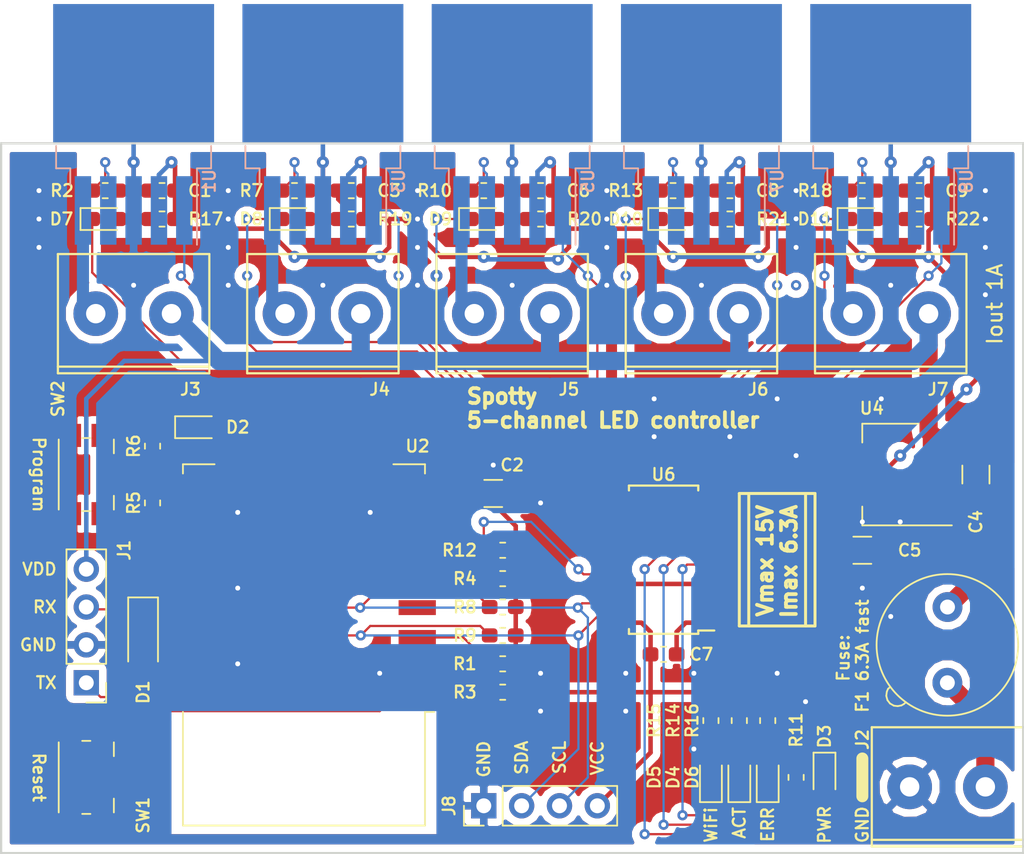
<source format=kicad_pcb>
(kicad_pcb (version 20171130) (host pcbnew 5.0.2+dfsg1-1~bpo9+1)
  (layers (0 F.Cu signal) (31 B.Cu signal) (34 B.Paste user) (35 F.Paste user) (36 B.SilkS user) (37 F.SilkS user) (38 B.Mask user hide) (39 F.Mask user hide) (44 Edge.Cuts user))
  (net 0 "")
  (net 1 GND)
  (net 2 VCC)
  (net 3 VDD)
  (net 4 "Net-(D1-Pad1)")
  (net 5 RXD)
  (net 6 "Net-(D2-Pad1)")
  (net 7 "Net-(D3-Pad2)")
  (net 8 "Net-(D4-Pad2)")
  (net 9 "Net-(D5-Pad2)")
  (net 10 "Net-(D6-Pad2)")
  (net 11 "Net-(D7-Pad2)")
  (net 12 "Net-(D8-Pad2)")
  (net 13 "Net-(D9-Pad2)")
  (net 14 "Net-(D10-Pad2)")
  (net 15 "Net-(D11-Pad2)")
  (net 16 LED1)
  (net 17 LED2)
  (net 18 LED3)
  (net 19 LED4)
  (net 20 LED5)
  (net 21 "Net-(R1-Pad2)")
  (net 22 "Net-(R2-Pad1)")
  (net 23 "Net-(R3-Pad2)")
  (net 24 "Net-(R4-Pad2)")
  (net 25 "Net-(R5-Pad1)")
  (net 26 "Net-(R6-Pad2)")
  (net 27 "Net-(R7-Pad1)")
  (net 28 SCL)
  (net 29 SDA)
  (net 30 "Net-(R10-Pad1)")
  (net 31 ~PWM_EN)
  (net 32 "Net-(R13-Pad1)")
  (net 33 "Net-(R18-Pad1)")
  (net 34 PWM1)
  (net 35 TXD)
  (net 36 PWM2)
  (net 37 PWM3)
  (net 38 PWM4)
  (net 39 PWM5)
  (net 40 /PWRin)
  (net 41 DispACT)
  (net 42 DispWiFi)
  (net 43 DispERR)
  (net 44 DispL1)
  (net 45 DispL2)
  (net 46 DispL3)
  (net 47 DispL4)
  (net 48 DispL5)
  (module n39-kicad:AKL_101-02 (layer F.Cu) (at 101.6 58.42 180)
    (fp_text reference J7 (at -0.635 -5.08 180) (layer F.SilkS) (effects (font (size 0.8 0.8))))
    (fp_text value LED5)
    (pad 2 thru_hole circle (at 5.08 0 180) (size 3 3) (drill 1.3) (layers *.Cu *.Mask) (net 20 LED5))
    (pad 1 thru_hole circle (at 0 0 180) (size 3 3) (drill 1.3) (layers *.Cu *.Mask) (net 3 VDD))
  )
  (module n39-kicad:AKL_101-02 (layer F.Cu) (at 63.5 58.42 180)
    (fp_text reference J4 (at -1.27 -5.08 180) (layer F.SilkS) (effects (font (size 0.8 0.8))))
    (fp_text value LED2)
    (pad 1 thru_hole circle (at 0 0 180) (size 3 3) (drill 1.3) (layers *.Cu *.Mask) (net 3 VDD))
    (pad 2 thru_hole circle (at 5.08 0 180) (size 3 3) (drill 1.3) (layers *.Cu *.Mask) (net 17 LED2))
  )
  (module RF_Module:ESP-12E (layer F.Cu) (at 59.69 80.645 180)
    (fp_text reference U2 (at -7.62 13.335 180) (layer F.SilkS) (effects (font (size 0.8 0.8))))
    (fp_text value ESP-12E)
    (pad 1 smd rect (at -7.6 -3.5 180) (size 2.5 1) (layers F.Cu F.Paste F.Mask) (net 23 "Net-(R3-Pad2)"))
    (pad 2 smd rect (at -7.6 -1.5 180) (size 2.5 1) (layers F.Cu F.Paste F.Mask))
    (pad 3 smd rect (at -7.6 0.5 180) (size 2.5 1) (layers F.Cu F.Paste F.Mask) (net 21 "Net-(R1-Pad2)"))
    (pad 4 smd rect (at -7.6 2.5 180) (size 2.5 1) (layers F.Cu F.Paste F.Mask))
    (pad 5 smd rect (at -7.6 4.5 180) (size 2.5 1) (layers F.Cu F.Paste F.Mask))
    (pad 6 smd rect (at -7.6 6.5 180) (size 2.5 1) (layers F.Cu F.Paste F.Mask) (net 31 ~PWM_EN))
    (pad 7 smd rect (at -7.6 8.5 180) (size 2.5 1) (layers F.Cu F.Paste F.Mask))
    (pad 8 smd rect (at -7.6 10.5 180) (size 2.5 1) (layers F.Cu F.Paste F.Mask) (net 2 VCC))
    (pad 9 smd rect (at -5 12 180) (size 1 1.8) (layers F.Cu F.Paste F.Mask))
    (pad 10 smd rect (at -3 12 180) (size 1 1.8) (layers F.Cu F.Paste F.Mask))
    (pad 11 smd rect (at -1 12 180) (size 1 1.8) (layers F.Cu F.Paste F.Mask))
    (pad 12 smd rect (at 1 12 180) (size 1 1.8) (layers F.Cu F.Paste F.Mask))
    (pad 13 smd rect (at 3 12 180) (size 1 1.8) (layers F.Cu F.Paste F.Mask))
    (pad 14 smd rect (at 5 12 180) (size 1 1.8) (layers F.Cu F.Paste F.Mask))
    (pad 15 smd rect (at 7.6 10.5 180) (size 2.5 1) (layers F.Cu F.Paste F.Mask) (net 1 GND))
    (pad 16 smd rect (at 7.6 8.5 180) (size 2.5 1) (layers F.Cu F.Paste F.Mask) (net 25 "Net-(R5-Pad1)"))
    (pad 17 smd rect (at 7.6 6.5 180) (size 2.5 1) (layers F.Cu F.Paste F.Mask) (net 24 "Net-(R4-Pad2)"))
    (pad 18 smd rect (at 7.6 4.5 180) (size 2.5 1) (layers F.Cu F.Paste F.Mask) (net 26 "Net-(R6-Pad2)"))
    (pad 19 smd rect (at 7.6 2.5 180) (size 2.5 1) (layers F.Cu F.Paste F.Mask) (net 28 SCL))
    (pad 20 smd rect (at 7.6 0.5 180) (size 2.5 1) (layers F.Cu F.Paste F.Mask) (net 29 SDA))
    (pad 21 smd rect (at 7.6 -1.5 180) (size 2.5 1) (layers F.Cu F.Paste F.Mask) (net 5 RXD))
    (pad 22 smd rect (at 7.6 -3.5 180) (size 2.5 1) (layers F.Cu F.Paste F.Mask) (net 35 TXD))
  )
  (module Button_Switch_SMD:Panasonic_EVQPUJ_EVQPUA (layer F.Cu) (at 45.085 69.215 270)
    (fp_text reference SW2 (at -5.08 1.905 90) (layer F.SilkS) (effects (font (size 0.8 0.8))))
    (fp_text value SW_PROG)
    (pad 2 smd rect (at 2.625 0.85 90) (size 1.55 1) (layers F.Cu F.Paste F.Mask) (net 1 GND))
    (pad 2 smd rect (at -2.625 0.85 90) (size 1.55 1) (layers F.Cu F.Paste F.Mask) (net 1 GND))
    (pad 1 smd rect (at -2.625 -0.85 90) (size 1.55 1) (layers F.Cu F.Paste F.Mask) (net 26 "Net-(R6-Pad2)"))
    (pad 1 smd rect (at 2.625 -0.85 90) (size 1.55 1) (layers F.Cu F.Paste F.Mask) (net 26 "Net-(R6-Pad2)"))
  )
  (module Package_TO_SOT_SMD:TO-263-5_TabPin3 (layer B.Cu) (at 60.96 45.72 90)
    (fp_text reference U3 (at -3.81 5.08 90) (layer B.SilkS) (effects (font (size 0.8 0.8)) (justify mirror)))
    (fp_text value CAT4101)
    (pad 3 smd rect (at 3.375 0 90) (size 9.4 10.8) (layers B.Cu B.Mask) (net 1 GND))
    (pad 5 smd rect (at -5.775 -3.4 90) (size 4.6 1.1) (layers B.Cu B.Paste B.Mask) (net 17 LED2))
    (pad 4 smd rect (at -5.775 -1.7 90) (size 4.6 1.1) (layers B.Cu B.Paste B.Mask) (net 27 "Net-(R7-Pad1)"))
    (pad 3 smd rect (at -5.775 0 90) (size 4.6 1.1) (layers B.Cu B.Paste B.Mask) (net 1 GND))
    (pad 2 smd rect (at -5.775 1.7 90) (size 4.6 1.1) (layers B.Cu B.Paste B.Mask) (net 2 VCC))
    (pad 1 smd rect (at -5.775 3.4 90) (size 4.6 1.1) (layers B.Cu B.Paste B.Mask) (net 36 PWM2))
  )
  (module LED_SMD:LED_0603_1608Metric_Pad1.05x0.95mm_HandSolder (layer F.Cu) (at 71.755 52.07)
    (fp_text reference D9 (at -2.9 0) (layer F.SilkS) (effects (font (size 0.8 0.8))))
    (fp_text value gn)
    (pad 2 smd roundrect (at 0.875 0) (size 1.05 0.95) (layers F.Cu F.Paste F.Mask) (net 13 "Net-(D9-Pad2)"))
    (pad 1 smd roundrect (at -0.875 0) (size 1.05 0.95) (layers F.Cu F.Paste F.Mask) (net 46 DispL3))
  )
  (module Capacitor_SMD:C_0603_1608Metric_Pad1.05x0.95mm_HandSolder (layer F.Cu) (at 50.165 50.165 180)
    (fp_text reference C1 (at -2.54 0 180) (layer F.SilkS) (effects (font (size 0.8 0.8))))
    (fp_text value 100n)
    (pad 2 smd roundrect (at 0.875 0 180) (size 1.05 0.95) (layers F.Cu F.Paste F.Mask) (net 1 GND))
    (pad 1 smd roundrect (at -0.875 0 180) (size 1.05 0.95) (layers F.Cu F.Paste F.Mask) (net 2 VCC))
  )
  (module Capacitor_SMD:C_0603_1608Metric_Pad1.05x0.95mm_HandSolder (layer F.Cu) (at 62.865 50.165 180)
    (fp_text reference C3 (at -2.54 0 180) (layer F.SilkS) (effects (font (size 0.8 0.8))))
    (fp_text value 100n)
    (pad 1 smd roundrect (at -0.875 0 180) (size 1.05 0.95) (layers F.Cu F.Paste F.Mask) (net 2 VCC))
    (pad 2 smd roundrect (at 0.875 0 180) (size 1.05 0.95) (layers F.Cu F.Paste F.Mask) (net 1 GND))
  )
  (module Capacitor_SMD:C_0603_1608Metric_Pad1.05x0.95mm_HandSolder (layer F.Cu) (at 75.565 50.165 180)
    (fp_text reference C6 (at -2.54 0 180) (layer F.SilkS) (effects (font (size 0.8 0.8))))
    (fp_text value 100n)
    (pad 1 smd roundrect (at -0.875 0 180) (size 1.05 0.95) (layers F.Cu F.Paste F.Mask) (net 2 VCC))
    (pad 2 smd roundrect (at 0.875 0 180) (size 1.05 0.95) (layers F.Cu F.Paste F.Mask) (net 1 GND))
  )
  (module Capacitor_SMD:C_0603_1608Metric_Pad1.05x0.95mm_HandSolder (layer F.Cu) (at 83.82 81.28)
    (fp_text reference C7 (at 2.54 0) (layer F.SilkS) (effects (font (size 0.8 0.8))))
    (fp_text value 100n)
    (pad 2 smd roundrect (at 0.875 0) (size 1.05 0.95) (layers F.Cu F.Paste F.Mask) (net 1 GND))
    (pad 1 smd roundrect (at -0.875 0) (size 1.05 0.95) (layers F.Cu F.Paste F.Mask) (net 2 VCC))
  )
  (module Capacitor_SMD:C_0603_1608Metric_Pad1.05x0.95mm_HandSolder (layer F.Cu) (at 88.265 50.165 180)
    (fp_text reference C8 (at -2.54 0 180) (layer F.SilkS) (effects (font (size 0.8 0.8))))
    (fp_text value 100n)
    (pad 1 smd roundrect (at -0.875 0 180) (size 1.05 0.95) (layers F.Cu F.Paste F.Mask) (net 2 VCC))
    (pad 2 smd roundrect (at 0.875 0 180) (size 1.05 0.95) (layers F.Cu F.Paste F.Mask) (net 1 GND))
  )
  (module Capacitor_SMD:C_0603_1608Metric_Pad1.05x0.95mm_HandSolder (layer F.Cu) (at 100.965 50.165 180)
    (fp_text reference C9 (at -2.54 0 180) (layer F.SilkS) (effects (font (size 0.8 0.8))))
    (fp_text value 100n)
    (pad 2 smd roundrect (at 0.875 0 180) (size 1.05 0.95) (layers F.Cu F.Paste F.Mask) (net 1 GND))
    (pad 1 smd roundrect (at -0.875 0 180) (size 1.05 0.95) (layers F.Cu F.Paste F.Mask) (net 2 VCC))
  )
  (module LED_SMD:LED_0603_1608Metric_Pad1.05x0.95mm_HandSolder (layer F.Cu) (at 52.705 66.04)
    (fp_text reference D2 (at 2.54 0) (layer F.SilkS) (effects (font (size 0.8 0.8))))
    (fp_text value rt)
    (pad 2 smd roundrect (at 0.875 0) (size 1.05 0.95) (layers F.Cu F.Paste F.Mask) (net 2 VCC))
    (pad 1 smd roundrect (at -0.875 0) (size 1.05 0.95) (layers F.Cu F.Paste F.Mask) (net 6 "Net-(D2-Pad1)"))
  )
  (module LED_SMD:LED_0603_1608Metric_Pad1.05x0.95mm_HandSolder (layer F.Cu) (at 94.615 89.535 270)
    (fp_text reference D3 (at -2.75 0 270) (layer F.SilkS) (effects (font (size 0.8 0.8))))
    (fp_text value gn)
    (pad 1 smd roundrect (at -0.875 0 270) (size 1.05 0.95) (layers F.Cu F.Paste F.Mask) (net 1 GND))
    (pad 2 smd roundrect (at 0.875 0 270) (size 1.05 0.95) (layers F.Cu F.Paste F.Mask) (net 7 "Net-(D3-Pad2)"))
  )
  (module LED_SMD:LED_0603_1608Metric_Pad1.05x0.95mm_HandSolder (layer F.Cu) (at 88.9 89.535 90)
    (fp_text reference D4 (at 0 -4.445 90) (layer F.SilkS) (effects (font (size 0.8 0.8))))
    (fp_text value or)
    (pad 1 smd roundrect (at -0.875 0 90) (size 1.05 0.95) (layers F.Cu F.Paste F.Mask) (net 41 DispACT))
    (pad 2 smd roundrect (at 0.875 0 90) (size 1.05 0.95) (layers F.Cu F.Paste F.Mask) (net 8 "Net-(D4-Pad2)"))
  )
  (module LED_SMD:LED_0603_1608Metric_Pad1.05x0.95mm_HandSolder (layer F.Cu) (at 86.995 89.535 90)
    (fp_text reference D5 (at 0 -3.81 90) (layer F.SilkS) (effects (font (size 0.8 0.8))))
    (fp_text value rt)
    (pad 2 smd roundrect (at 0.875 0 90) (size 1.05 0.95) (layers F.Cu F.Paste F.Mask) (net 9 "Net-(D5-Pad2)"))
    (pad 1 smd roundrect (at -0.875 0 90) (size 1.05 0.95) (layers F.Cu F.Paste F.Mask) (net 42 DispWiFi))
  )
  (module LED_SMD:LED_0603_1608Metric_Pad1.05x0.95mm_HandSolder (layer F.Cu) (at 90.805 89.535 90)
    (fp_text reference D6 (at 0 -5.08 90) (layer F.SilkS) (effects (font (size 0.8 0.8))))
    (fp_text value bl)
    (pad 1 smd roundrect (at -0.875 0 90) (size 1.05 0.95) (layers F.Cu F.Paste F.Mask) (net 43 DispERR))
    (pad 2 smd roundrect (at 0.875 0 90) (size 1.05 0.95) (layers F.Cu F.Paste F.Mask) (net 10 "Net-(D6-Pad2)"))
  )
  (module LED_SMD:LED_0603_1608Metric_Pad1.05x0.95mm_HandSolder (layer F.Cu) (at 46.355 52.07)
    (fp_text reference D7 (at -2.935 0) (layer F.SilkS) (effects (font (size 0.8 0.8))))
    (fp_text value gn)
    (pad 1 smd roundrect (at -0.875 0) (size 1.05 0.95) (layers F.Cu F.Paste F.Mask) (net 44 DispL1))
    (pad 2 smd roundrect (at 0.875 0) (size 1.05 0.95) (layers F.Cu F.Paste F.Mask) (net 11 "Net-(D7-Pad2)"))
  )
  (module LED_SMD:LED_0603_1608Metric_Pad1.05x0.95mm_HandSolder (layer F.Cu) (at 59.055 52.07)
    (fp_text reference D8 (at -2.9 0) (layer F.SilkS) (effects (font (size 0.8 0.8))))
    (fp_text value gn)
    (pad 2 smd roundrect (at 0.875 0) (size 1.05 0.95) (layers F.Cu F.Paste F.Mask) (net 12 "Net-(D8-Pad2)"))
    (pad 1 smd roundrect (at -0.875 0) (size 1.05 0.95) (layers F.Cu F.Paste F.Mask) (net 45 DispL2))
  )
  (module LED_SMD:LED_0603_1608Metric_Pad1.05x0.95mm_HandSolder (layer F.Cu) (at 84.455 52.07)
    (fp_text reference D10 (at -3.175 0) (layer F.SilkS) (effects (font (size 0.8 0.8))))
    (fp_text value gn)
    (pad 2 smd roundrect (at 0.875 0) (size 1.05 0.95) (layers F.Cu F.Paste F.Mask) (net 14 "Net-(D10-Pad2)"))
    (pad 1 smd roundrect (at -0.875 0) (size 1.05 0.95) (layers F.Cu F.Paste F.Mask) (net 47 DispL4))
  )
  (module LED_SMD:LED_0603_1608Metric_Pad1.05x0.95mm_HandSolder (layer F.Cu) (at 97.155 52.07)
    (fp_text reference D11 (at -3.175 0) (layer F.SilkS) (effects (font (size 0.8 0.8))))
    (fp_text value gn)
    (pad 1 smd roundrect (at -0.875 0) (size 1.05 0.95) (layers F.Cu F.Paste F.Mask) (net 48 DispL5))
    (pad 2 smd roundrect (at 0.875 0) (size 1.05 0.95) (layers F.Cu F.Paste F.Mask) (net 15 "Net-(D11-Pad2)"))
  )
  (module Resistor_SMD:R_0603_1608Metric_Pad1.05x0.95mm_HandSolder (layer F.Cu) (at 73.025 81.915 180)
    (fp_text reference R1 (at 2.54 0 180) (layer F.SilkS) (effects (font (size 0.8 0.8))))
    (fp_text value 10k)
    (pad 1 smd roundrect (at -0.875 0 180) (size 1.05 0.95) (layers F.Cu F.Paste F.Mask) (net 2 VCC))
    (pad 2 smd roundrect (at 0.875 0 180) (size 1.05 0.95) (layers F.Cu F.Paste F.Mask) (net 21 "Net-(R1-Pad2)"))
  )
  (module Resistor_SMD:R_0603_1608Metric_Pad1.05x0.95mm_HandSolder (layer F.Cu) (at 46.355 50.165)
    (fp_text reference R2 (at -2.9 0) (layer F.SilkS) (effects (font (size 0.8 0.8))))
    (fp_text value 549R)
    (pad 1 smd roundrect (at -0.875 0) (size 1.05 0.95) (layers F.Cu F.Paste F.Mask) (net 22 "Net-(R2-Pad1)"))
    (pad 2 smd roundrect (at 0.875 0) (size 1.05 0.95) (layers F.Cu F.Paste F.Mask) (net 1 GND))
  )
  (module Resistor_SMD:R_0603_1608Metric_Pad1.05x0.95mm_HandSolder (layer F.Cu) (at 73.025 83.82 180)
    (fp_text reference R3 (at 2.54 0 180) (layer F.SilkS) (effects (font (size 0.8 0.8))))
    (fp_text value 10k)
    (pad 1 smd roundrect (at -0.875 0 180) (size 1.05 0.95) (layers F.Cu F.Paste F.Mask) (net 2 VCC))
    (pad 2 smd roundrect (at 0.875 0 180) (size 1.05 0.95) (layers F.Cu F.Paste F.Mask) (net 23 "Net-(R3-Pad2)"))
  )
  (module Resistor_SMD:R_0603_1608Metric_Pad1.05x0.95mm_HandSolder (layer F.Cu) (at 73.025 76.2 180)
    (fp_text reference R4 (at 2.54 0 180) (layer F.SilkS) (effects (font (size 0.8 0.8))))
    (fp_text value 10k)
    (pad 2 smd roundrect (at 0.875 0 180) (size 1.05 0.95) (layers F.Cu F.Paste F.Mask) (net 24 "Net-(R4-Pad2)"))
    (pad 1 smd roundrect (at -0.875 0 180) (size 1.05 0.95) (layers F.Cu F.Paste F.Mask) (net 2 VCC))
  )
  (module Resistor_SMD:R_0603_1608Metric_Pad1.05x0.95mm_HandSolder (layer F.Cu) (at 49.53 71.12 90)
    (fp_text reference R5 (at 0 -1.27 90) (layer F.SilkS) (effects (font (size 0.8 0.8))))
    (fp_text value 10k)
    (pad 2 smd roundrect (at 0.875 0 90) (size 1.05 0.95) (layers F.Cu F.Paste F.Mask) (net 1 GND))
    (pad 1 smd roundrect (at -0.875 0 90) (size 1.05 0.95) (layers F.Cu F.Paste F.Mask) (net 25 "Net-(R5-Pad1)"))
  )
  (module Resistor_SMD:R_0603_1608Metric_Pad1.05x0.95mm_HandSolder (layer F.Cu) (at 49.53 67.31 270)
    (fp_text reference R6 (at 0 1.27 270) (layer F.SilkS) (effects (font (size 0.8 0.8))))
    (fp_text value 1k)
    (pad 1 smd roundrect (at -0.875 0 270) (size 1.05 0.95) (layers F.Cu F.Paste F.Mask) (net 6 "Net-(D2-Pad1)"))
    (pad 2 smd roundrect (at 0.875 0 270) (size 1.05 0.95) (layers F.Cu F.Paste F.Mask) (net 26 "Net-(R6-Pad2)"))
  )
  (module Resistor_SMD:R_0603_1608Metric_Pad1.05x0.95mm_HandSolder (layer F.Cu) (at 59.055 50.165)
    (fp_text reference R7 (at -2.9 0) (layer F.SilkS) (effects (font (size 0.8 0.8))))
    (fp_text value 549R)
    (pad 2 smd roundrect (at 0.875 0) (size 1.05 0.95) (layers F.Cu F.Paste F.Mask) (net 1 GND))
    (pad 1 smd roundrect (at -0.875 0) (size 1.05 0.95) (layers F.Cu F.Paste F.Mask) (net 27 "Net-(R7-Pad1)"))
  )
  (module Resistor_SMD:R_0603_1608Metric_Pad1.05x0.95mm_HandSolder (layer F.Cu) (at 73.025 78.105 180)
    (fp_text reference R8 (at 2.54 0 180) (layer F.SilkS) (effects (font (size 0.8 0.8))))
    (fp_text value 4k7)
    (pad 2 smd roundrect (at 0.875 0 180) (size 1.05 0.95) (layers F.Cu F.Paste F.Mask) (net 28 SCL))
    (pad 1 smd roundrect (at -0.875 0 180) (size 1.05 0.95) (layers F.Cu F.Paste F.Mask) (net 2 VCC))
  )
  (module Resistor_SMD:R_0603_1608Metric_Pad1.05x0.95mm_HandSolder (layer F.Cu) (at 73.025 80.01 180)
    (fp_text reference R9 (at 2.54 0 180) (layer F.SilkS) (effects (font (size 0.8 0.8))))
    (fp_text value 4k7)
    (pad 1 smd roundrect (at -0.875 0 180) (size 1.05 0.95) (layers F.Cu F.Paste F.Mask) (net 2 VCC))
    (pad 2 smd roundrect (at 0.875 0 180) (size 1.05 0.95) (layers F.Cu F.Paste F.Mask) (net 29 SDA))
  )
  (module Resistor_SMD:R_0603_1608Metric_Pad1.05x0.95mm_HandSolder (layer F.Cu) (at 71.755 50.165)
    (fp_text reference R10 (at -3.3 0) (layer F.SilkS) (effects (font (size 0.8 0.8))))
    (fp_text value 549R)
    (pad 2 smd roundrect (at 0.875 0) (size 1.05 0.95) (layers F.Cu F.Paste F.Mask) (net 1 GND))
    (pad 1 smd roundrect (at -0.875 0) (size 1.05 0.95) (layers F.Cu F.Paste F.Mask) (net 30 "Net-(R10-Pad1)"))
  )
  (module Resistor_SMD:R_0603_1608Metric_Pad1.05x0.95mm_HandSolder (layer F.Cu) (at 92.71 89.535 270)
    (fp_text reference R11 (at -3.175 0 270) (layer F.SilkS) (effects (font (size 0.8 0.8))))
    (fp_text value 330R)
    (pad 2 smd roundrect (at 0.875 0 270) (size 1.05 0.95) (layers F.Cu F.Paste F.Mask) (net 7 "Net-(D3-Pad2)"))
    (pad 1 smd roundrect (at -0.875 0 270) (size 1.05 0.95) (layers F.Cu F.Paste F.Mask) (net 2 VCC))
  )
  (module Resistor_SMD:R_0603_1608Metric_Pad1.05x0.95mm_HandSolder (layer F.Cu) (at 73.025 74.295 180)
    (fp_text reference R12 (at 2.9 0) (layer F.SilkS) (effects (font (size 0.8 0.8))))
    (fp_text value 4k7)
    (pad 2 smd roundrect (at 0.875 0 180) (size 1.05 0.95) (layers F.Cu F.Paste F.Mask) (net 31 ~PWM_EN))
    (pad 1 smd roundrect (at -0.875 0 180) (size 1.05 0.95) (layers F.Cu F.Paste F.Mask) (net 2 VCC))
  )
  (module Resistor_SMD:R_0603_1608Metric_Pad1.05x0.95mm_HandSolder (layer F.Cu) (at 84.455 50.165)
    (fp_text reference R13 (at -3.175 0) (layer F.SilkS) (effects (font (size 0.8 0.8))))
    (fp_text value 549R)
    (pad 2 smd roundrect (at 0.875 0) (size 1.05 0.95) (layers F.Cu F.Paste F.Mask) (net 1 GND))
    (pad 1 smd roundrect (at -0.875 0) (size 1.05 0.95) (layers F.Cu F.Paste F.Mask) (net 32 "Net-(R13-Pad1)"))
  )
  (module Resistor_SMD:R_0603_1608Metric_Pad1.05x0.95mm_HandSolder (layer F.Cu) (at 88.9 85.725 270)
    (fp_text reference R14 (at 0 4.445 270) (layer F.SilkS) (effects (font (size 0.8 0.8))))
    (fp_text value 330R)
    (pad 1 smd roundrect (at -0.875 0 270) (size 1.05 0.95) (layers F.Cu F.Paste F.Mask) (net 2 VCC))
    (pad 2 smd roundrect (at 0.875 0 270) (size 1.05 0.95) (layers F.Cu F.Paste F.Mask) (net 8 "Net-(D4-Pad2)"))
  )
  (module Resistor_SMD:R_0603_1608Metric_Pad1.05x0.95mm_HandSolder (layer F.Cu) (at 86.995 85.725 270)
    (fp_text reference R15 (at 0 3.81 270) (layer F.SilkS) (effects (font (size 0.8 0.8))))
    (fp_text value 330R)
    (pad 1 smd roundrect (at -0.875 0 270) (size 1.05 0.95) (layers F.Cu F.Paste F.Mask) (net 2 VCC))
    (pad 2 smd roundrect (at 0.875 0 270) (size 1.05 0.95) (layers F.Cu F.Paste F.Mask) (net 9 "Net-(D5-Pad2)"))
  )
  (module Resistor_SMD:R_0603_1608Metric_Pad1.05x0.95mm_HandSolder (layer F.Cu) (at 90.805 85.725 270)
    (fp_text reference R16 (at 0 5.08 270) (layer F.SilkS) (effects (font (size 0.8 0.8))))
    (fp_text value 330R)
    (pad 1 smd roundrect (at -0.875 0 270) (size 1.05 0.95) (layers F.Cu F.Paste F.Mask) (net 2 VCC))
    (pad 2 smd roundrect (at 0.875 0 270) (size 1.05 0.95) (layers F.Cu F.Paste F.Mask) (net 10 "Net-(D6-Pad2)"))
  )
  (module Resistor_SMD:R_0603_1608Metric_Pad1.05x0.95mm_HandSolder (layer F.Cu) (at 50.165 52.07 180)
    (fp_text reference R17 (at -2.94 0 180) (layer F.SilkS) (effects (font (size 0.8 0.8))))
    (fp_text value 330R)
    (pad 1 smd roundrect (at -0.875 0 180) (size 1.05 0.95) (layers F.Cu F.Paste F.Mask) (net 2 VCC))
    (pad 2 smd roundrect (at 0.875 0 180) (size 1.05 0.95) (layers F.Cu F.Paste F.Mask) (net 11 "Net-(D7-Pad2)"))
  )
  (module Resistor_SMD:R_0603_1608Metric_Pad1.05x0.95mm_HandSolder (layer F.Cu) (at 97.155 50.165)
    (fp_text reference R18 (at -3.175 0) (layer F.SilkS) (effects (font (size 0.8 0.8))))
    (fp_text value 549R)
    (pad 2 smd roundrect (at 0.875 0) (size 1.05 0.95) (layers F.Cu F.Paste F.Mask) (net 1 GND))
    (pad 1 smd roundrect (at -0.875 0) (size 1.05 0.95) (layers F.Cu F.Paste F.Mask) (net 33 "Net-(R18-Pad1)"))
  )
  (module Resistor_SMD:R_0603_1608Metric_Pad1.05x0.95mm_HandSolder (layer F.Cu) (at 62.865 52.07 180)
    (fp_text reference R19 (at -2.94 0 180) (layer F.SilkS) (effects (font (size 0.8 0.8))))
    (fp_text value 330R)
    (pad 1 smd roundrect (at -0.875 0 180) (size 1.05 0.95) (layers F.Cu F.Paste F.Mask) (net 2 VCC))
    (pad 2 smd roundrect (at 0.875 0 180) (size 1.05 0.95) (layers F.Cu F.Paste F.Mask) (net 12 "Net-(D8-Pad2)"))
  )
  (module Resistor_SMD:R_0603_1608Metric_Pad1.05x0.95mm_HandSolder (layer F.Cu) (at 75.565 52.07 180)
    (fp_text reference R20 (at -2.95 0) (layer F.SilkS) (effects (font (size 0.8 0.8))))
    (fp_text value 330R)
    (pad 2 smd roundrect (at 0.875 0 180) (size 1.05 0.95) (layers F.Cu F.Paste F.Mask) (net 13 "Net-(D9-Pad2)"))
    (pad 1 smd roundrect (at -0.875 0 180) (size 1.05 0.95) (layers F.Cu F.Paste F.Mask) (net 2 VCC))
  )
  (module Resistor_SMD:R_0603_1608Metric_Pad1.05x0.95mm_HandSolder (layer F.Cu) (at 88.265 52.07 180)
    (fp_text reference R21 (at -2.94 0 180) (layer F.SilkS) (effects (font (size 0.8 0.8))))
    (fp_text value 330R)
    (pad 1 smd roundrect (at -0.875 0 180) (size 1.05 0.95) (layers F.Cu F.Paste F.Mask) (net 2 VCC))
    (pad 2 smd roundrect (at 0.875 0 180) (size 1.05 0.95) (layers F.Cu F.Paste F.Mask) (net 14 "Net-(D10-Pad2)"))
  )
  (module Resistor_SMD:R_0603_1608Metric_Pad1.05x0.95mm_HandSolder (layer F.Cu) (at 100.965 52.07 180)
    (fp_text reference R22 (at -2.94 0 180) (layer F.SilkS) (effects (font (size 0.8 0.8))))
    (fp_text value 330R)
    (pad 2 smd roundrect (at 0.875 0 180) (size 1.05 0.95) (layers F.Cu F.Paste F.Mask) (net 15 "Net-(D11-Pad2)"))
    (pad 1 smd roundrect (at -0.875 0 180) (size 1.05 0.95) (layers F.Cu F.Paste F.Mask) (net 2 VCC))
  )
  (module Button_Switch_SMD:Panasonic_EVQPUJ_EVQPUA (layer F.Cu) (at 45.085 89.535 270)
    (fp_text reference SW1 (at 2.54 -3.81 270) (layer F.SilkS) (effects (font (size 0.8 0.8))))
    (fp_text value SW_RST)
    (pad 1 smd rect (at 2.625 -0.85 90) (size 1.55 1) (layers F.Cu F.Paste F.Mask) (net 23 "Net-(R3-Pad2)"))
    (pad 1 smd rect (at -2.625 -0.85 90) (size 1.55 1) (layers F.Cu F.Paste F.Mask) (net 23 "Net-(R3-Pad2)"))
    (pad 2 smd rect (at -2.625 0.85 90) (size 1.55 1) (layers F.Cu F.Paste F.Mask) (net 1 GND))
    (pad 2 smd rect (at 2.625 0.85 90) (size 1.55 1) (layers F.Cu F.Paste F.Mask) (net 1 GND))
  )
  (module Package_TO_SOT_SMD:TO-263-5_TabPin3 (layer B.Cu) (at 48.26 45.72 90)
    (fp_text reference U1 (at -3.81 5.08 90) (layer B.SilkS) (effects (font (size 0.8 0.8)) (justify mirror)))
    (fp_text value CAT4101)
    (pad 1 smd rect (at -5.775 3.4 90) (size 4.6 1.1) (layers B.Cu B.Paste B.Mask) (net 34 PWM1))
    (pad 2 smd rect (at -5.775 1.7 90) (size 4.6 1.1) (layers B.Cu B.Paste B.Mask) (net 2 VCC))
    (pad 3 smd rect (at -5.775 0 90) (size 4.6 1.1) (layers B.Cu B.Paste B.Mask) (net 1 GND))
    (pad 4 smd rect (at -5.775 -1.7 90) (size 4.6 1.1) (layers B.Cu B.Paste B.Mask) (net 22 "Net-(R2-Pad1)"))
    (pad 5 smd rect (at -5.775 -3.4 90) (size 4.6 1.1) (layers B.Cu B.Paste B.Mask) (net 16 LED1))
    (pad 3 smd rect (at 3.375 0 90) (size 9.4 10.8) (layers B.Cu B.Mask) (net 1 GND))
  )
  (module Package_TO_SOT_SMD:SOT-223-3_TabPin2 (layer F.Cu) (at 99.06 69.215 180)
    (fp_text reference U4 (at 1.27 4.445 180) (layer F.SilkS) (effects (font (size 0.8 0.8))))
    (fp_text value LM1117-3.3)
    (pad 2 smd rect (at 3.15 0 180) (size 2 3.8) (layers F.Cu F.Paste F.Mask) (net 2 VCC))
    (pad 2 smd rect (at -3.15 0 180) (size 2 1.5) (layers F.Cu F.Paste F.Mask) (net 2 VCC))
    (pad 3 smd rect (at -3.15 2.3 180) (size 2 1.5) (layers F.Cu F.Paste F.Mask) (net 3 VDD))
    (pad 1 smd rect (at -3.15 -2.3 180) (size 2 1.5) (layers F.Cu F.Paste F.Mask) (net 1 GND))
  )
  (module Package_TO_SOT_SMD:TO-263-5_TabPin3 (layer B.Cu) (at 73.66 45.72 90)
    (fp_text reference U5 (at -3.81 5.08 90) (layer B.SilkS) (effects (font (size 0.8 0.8)) (justify mirror)))
    (fp_text value CAT4101)
    (pad 1 smd rect (at -5.775 3.4 90) (size 4.6 1.1) (layers B.Cu B.Paste B.Mask) (net 37 PWM3))
    (pad 2 smd rect (at -5.775 1.7 90) (size 4.6 1.1) (layers B.Cu B.Paste B.Mask) (net 2 VCC))
    (pad 3 smd rect (at -5.775 0 90) (size 4.6 1.1) (layers B.Cu B.Paste B.Mask) (net 1 GND))
    (pad 4 smd rect (at -5.775 -1.7 90) (size 4.6 1.1) (layers B.Cu B.Paste B.Mask) (net 30 "Net-(R10-Pad1)"))
    (pad 5 smd rect (at -5.775 -3.4 90) (size 4.6 1.1) (layers B.Cu B.Paste B.Mask) (net 18 LED3))
    (pad 3 smd rect (at 3.375 0 90) (size 9.4 10.8) (layers B.Cu B.Mask) (net 1 GND))
  )
  (module Package_SO:TSSOP-28_4.4x9.7mm_P0.65mm (layer F.Cu) (at 83.82 74.93 180)
    (fp_text reference U6 (at 0 5.715 180) (layer F.SilkS) (effects (font (size 0.8 0.8))))
    (fp_text value PCA9685PW)
    (pad 1 smd rect (at -2.85 -4.225 180) (size 1.1 0.4) (layers F.Cu F.Paste F.Mask) (net 1 GND))
    (pad 2 smd rect (at -2.85 -3.575 180) (size 1.1 0.4) (layers F.Cu F.Paste F.Mask) (net 1 GND))
    (pad 3 smd rect (at -2.85 -2.925 180) (size 1.1 0.4) (layers F.Cu F.Paste F.Mask) (net 1 GND))
    (pad 4 smd rect (at -2.85 -2.275 180) (size 1.1 0.4) (layers F.Cu F.Paste F.Mask) (net 1 GND))
    (pad 5 smd rect (at -2.85 -1.625 180) (size 1.1 0.4) (layers F.Cu F.Paste F.Mask) (net 1 GND))
    (pad 6 smd rect (at -2.85 -0.975 180) (size 1.1 0.4) (layers F.Cu F.Paste F.Mask))
    (pad 7 smd rect (at -2.85 -0.325 180) (size 1.1 0.4) (layers F.Cu F.Paste F.Mask) (net 42 DispWiFi))
    (pad 8 smd rect (at -2.85 0.325 180) (size 1.1 0.4) (layers F.Cu F.Paste F.Mask) (net 41 DispACT))
    (pad 9 smd rect (at -2.85 0.975 180) (size 1.1 0.4) (layers F.Cu F.Paste F.Mask) (net 43 DispERR))
    (pad 10 smd rect (at -2.85 1.625 180) (size 1.1 0.4) (layers F.Cu F.Paste F.Mask) (net 47 DispL4))
    (pad 11 smd rect (at -2.85 2.275 180) (size 1.1 0.4) (layers F.Cu F.Paste F.Mask) (net 38 PWM4))
    (pad 12 smd rect (at -2.85 2.925 180) (size 1.1 0.4) (layers F.Cu F.Paste F.Mask) (net 48 DispL5))
    (pad 13 smd rect (at -2.85 3.575 180) (size 1.1 0.4) (layers F.Cu F.Paste F.Mask) (net 39 PWM5))
    (pad 14 smd rect (at -2.85 4.225 180) (size 1.1 0.4) (layers F.Cu F.Paste F.Mask) (net 1 GND))
    (pad 15 smd rect (at 2.85 4.225 180) (size 1.1 0.4) (layers F.Cu F.Paste F.Mask))
    (pad 16 smd rect (at 2.85 3.575 180) (size 1.1 0.4) (layers F.Cu F.Paste F.Mask) (net 37 PWM3))
    (pad 17 smd rect (at 2.85 2.925 180) (size 1.1 0.4) (layers F.Cu F.Paste F.Mask) (net 46 DispL3))
    (pad 18 smd rect (at 2.85 2.275 180) (size 1.1 0.4) (layers F.Cu F.Paste F.Mask) (net 36 PWM2))
    (pad 19 smd rect (at 2.85 1.625 180) (size 1.1 0.4) (layers F.Cu F.Paste F.Mask) (net 45 DispL2))
    (pad 20 smd rect (at 2.85 0.975 180) (size 1.1 0.4) (layers F.Cu F.Paste F.Mask) (net 34 PWM1))
    (pad 21 smd rect (at 2.85 0.325 180) (size 1.1 0.4) (layers F.Cu F.Paste F.Mask) (net 44 DispL1))
    (pad 22 smd rect (at 2.85 -0.325 180) (size 1.1 0.4) (layers F.Cu F.Paste F.Mask))
    (pad 23 smd rect (at 2.85 -0.975 180) (size 1.1 0.4) (layers F.Cu F.Paste F.Mask) (net 31 ~PWM_EN))
    (pad 24 smd rect (at 2.85 -1.625 180) (size 1.1 0.4) (layers F.Cu F.Paste F.Mask) (net 1 GND))
    (pad 25 smd rect (at 2.85 -2.275 180) (size 1.1 0.4) (layers F.Cu F.Paste F.Mask))
    (pad 26 smd rect (at 2.85 -2.925 180) (size 1.1 0.4) (layers F.Cu F.Paste F.Mask) (net 28 SCL))
    (pad 27 smd rect (at 2.85 -3.575 180) (size 1.1 0.4) (layers F.Cu F.Paste F.Mask) (net 29 SDA))
    (pad 28 smd rect (at 2.85 -4.225 180) (size 1.1 0.4) (layers F.Cu F.Paste F.Mask) (net 2 VCC))
  )
  (module Package_TO_SOT_SMD:TO-263-5_TabPin3 (layer B.Cu) (at 86.36 45.72 90)
    (fp_text reference U7 (at -3.81 5.08 90) (layer B.SilkS) (effects (font (size 0.8 0.8)) (justify mirror)))
    (fp_text value CAT4101)
    (pad 3 smd rect (at 3.375 0 90) (size 9.4 10.8) (layers B.Cu B.Mask) (net 1 GND))
    (pad 5 smd rect (at -5.775 -3.4 90) (size 4.6 1.1) (layers B.Cu B.Paste B.Mask) (net 19 LED4))
    (pad 4 smd rect (at -5.775 -1.7 90) (size 4.6 1.1) (layers B.Cu B.Paste B.Mask) (net 32 "Net-(R13-Pad1)"))
    (pad 3 smd rect (at -5.775 0 90) (size 4.6 1.1) (layers B.Cu B.Paste B.Mask) (net 1 GND))
    (pad 2 smd rect (at -5.775 1.7 90) (size 4.6 1.1) (layers B.Cu B.Paste B.Mask) (net 2 VCC))
    (pad 1 smd rect (at -5.775 3.4 90) (size 4.6 1.1) (layers B.Cu B.Paste B.Mask) (net 38 PWM4))
  )
  (module Package_TO_SOT_SMD:TO-263-5_TabPin3 (layer B.Cu) (at 99.06 45.72 90)
    (fp_text reference U8 (at -3.81 5.08 90) (layer B.SilkS) (effects (font (size 0.8 0.8)) (justify mirror)))
    (fp_text value CAT4101)
    (pad 1 smd rect (at -5.775 3.4 90) (size 4.6 1.1) (layers B.Cu B.Paste B.Mask) (net 39 PWM5))
    (pad 2 smd rect (at -5.775 1.7 90) (size 4.6 1.1) (layers B.Cu B.Paste B.Mask) (net 2 VCC))
    (pad 3 smd rect (at -5.775 0 90) (size 4.6 1.1) (layers B.Cu B.Paste B.Mask) (net 1 GND))
    (pad 4 smd rect (at -5.775 -1.7 90) (size 4.6 1.1) (layers B.Cu B.Paste B.Mask) (net 33 "Net-(R18-Pad1)"))
    (pad 5 smd rect (at -5.775 -3.4 90) (size 4.6 1.1) (layers B.Cu B.Paste B.Mask) (net 20 LED5))
    (pad 3 smd rect (at 3.375 0 90) (size 9.4 10.8) (layers B.Cu B.Mask) (net 1 GND))
  )
  (module Diode_SMD:D_MiniMELF (layer F.Cu) (at 48.895 80.01 270)
    (fp_text reference D1 (at 3.81 0 270) (layer F.SilkS) (effects (font (size 0.8 0.8))))
    (fp_text value 1N4148)
    (pad 1 smd rect (at -1.75 0 270) (size 1.3 1.7) (layers F.Cu F.Paste F.Mask) (net 4 "Net-(D1-Pad1)"))
    (pad 2 smd rect (at 1.75 0 270) (size 1.3 1.7) (layers F.Cu F.Paste F.Mask) (net 5 RXD))
  )
  (module Connector_PinHeader_2.54mm:PinHeader_1x04_P2.54mm_Vertical (layer F.Cu) (at 45.085 83.185 180)
    (fp_text reference J1 (at -2.54 8.89 270) (layer F.SilkS) (effects (font (size 0.8 0.8))))
    (fp_text value UART)
    (pad 1 thru_hole rect (at 0 0 180) (size 1.7 1.7) (drill 1) (layers *.Cu *.Mask) (net 35 TXD))
    (pad 2 thru_hole oval (at 0 2.54 180) (size 1.7 1.7) (drill 1) (layers *.Cu *.Mask) (net 1 GND))
    (pad 3 thru_hole oval (at 0 5.08 180) (size 1.7 1.7) (drill 1) (layers *.Cu *.Mask) (net 4 "Net-(D1-Pad1)"))
    (pad 4 thru_hole oval (at 0 7.62 180) (size 1.7 1.7) (drill 1) (layers *.Cu *.Mask) (net 3 VDD))
  )
  (module Capacitor_SMD:C_1206_3216Metric_Pad1.42x1.75mm_HandSolder (layer F.Cu) (at 72.39 70.485)
    (fp_text reference C2 (at 1.27 -1.905) (layer F.SilkS) (effects (font (size 0.8 0.8))))
    (fp_text value 10u)
    (pad 1 smd roundrect (at -1.4875 0) (size 1.425 1.75) (layers F.Cu F.Paste F.Mask) (roundrect_rratio 0.175439) (net 2 VCC))
    (pad 2 smd roundrect (at 1.4875 0) (size 1.425 1.75) (layers F.Cu F.Paste F.Mask) (roundrect_rratio 0.175439) (net 1 GND))
  )
  (module Capacitor_SMD:C_1206_3216Metric_Pad1.42x1.75mm_HandSolder (layer F.Cu) (at 104.775 69.215 270)
    (fp_text reference C4 (at 3.175 0 270) (layer F.SilkS) (effects (font (size 0.8 0.8))))
    (fp_text value 10u)
    (pad 1 smd roundrect (at -1.4875 0 270) (size 1.425 1.75) (layers F.Cu F.Paste F.Mask) (roundrect_rratio 0.175439) (net 3 VDD))
    (pad 2 smd roundrect (at 1.4875 0 270) (size 1.425 1.75) (layers F.Cu F.Paste F.Mask) (roundrect_rratio 0.175439) (net 1 GND))
  )
  (module Capacitor_SMD:C_1206_3216Metric_Pad1.42x1.75mm_HandSolder (layer F.Cu) (at 97.155 74.295 180)
    (fp_text reference C5 (at -3.175 0 180) (layer F.SilkS) (effects (font (size 0.8 0.8))))
    (fp_text value 10u)
    (pad 2 smd roundrect (at 1.4875 0 180) (size 1.425 1.75) (layers F.Cu F.Paste F.Mask) (roundrect_rratio 0.175439) (net 1 GND))
    (pad 1 smd roundrect (at -1.4875 0 180) (size 1.425 1.75) (layers F.Cu F.Paste F.Mask) (roundrect_rratio 0.175439) (net 2 VCC))
  )
  (module n39-kicad:AKL_101-02 (layer F.Cu) (at 105.41 90.17 180)
    (fp_text reference J2 (at 8.255 3.175 270) (layer F.SilkS) (effects (font (size 0.8 0.8))))
    (fp_text value PWR)
    (pad 1 thru_hole circle (at 0 0 180) (size 3 3) (drill 1.3) (layers *.Cu *.Mask) (net 40 /PWRin))
    (pad 2 thru_hole circle (at 5.08 0 180) (size 3 3) (drill 1.3) (layers *.Cu *.Mask) (net 1 GND))
  )
  (module n39-kicad:AKL_101-02 (layer F.Cu) (at 50.8 58.42 180)
    (fp_text reference J3 (at -1.27 -5.08 180) (layer F.SilkS) (effects (font (size 0.8 0.8))))
    (fp_text value LED1)
    (pad 2 thru_hole circle (at 5.08 0 180) (size 3 3) (drill 1.3) (layers *.Cu *.Mask) (net 16 LED1))
    (pad 1 thru_hole circle (at 0 0 180) (size 3 3) (drill 1.3) (layers *.Cu *.Mask) (net 3 VDD))
  )
  (module n39-kicad:AKL_101-02 (layer F.Cu) (at 76.2 58.42 180)
    (fp_text reference J5 (at -1.27 -5.08 180) (layer F.SilkS) (effects (font (size 0.8 0.8))))
    (fp_text value LED3)
    (pad 2 thru_hole circle (at 5.08 0 180) (size 3 3) (drill 1.3) (layers *.Cu *.Mask) (net 18 LED3))
    (pad 1 thru_hole circle (at 0 0 180) (size 3 3) (drill 1.3) (layers *.Cu *.Mask) (net 3 VDD))
  )
  (module n39-kicad:AKL_101-02 (layer F.Cu) (at 88.9 58.42 180)
    (fp_text reference J6 (at -1.27 -5.08 180) (layer F.SilkS) (effects (font (size 0.8 0.8))))
    (fp_text value LED4)
    (pad 1 thru_hole circle (at 0 0 180) (size 3 3) (drill 1.3) (layers *.Cu *.Mask) (net 3 VDD))
    (pad 2 thru_hole circle (at 5.08 0 180) (size 3 3) (drill 1.3) (layers *.Cu *.Mask) (net 19 LED4))
  )
  (module Fuse:Fuseholder_TR5_Littelfuse_No560_No460 (layer F.Cu) (at 102.87 78.105 270)
    (fp_text reference F1 (at 6.35 5.715 270) (layer F.SilkS) (effects (font (size 0.8 0.8))))
    (fp_text value Fuse)
    (pad 1 thru_hole circle (at 0 0 270) (size 2 2) (drill 1) (layers *.Cu *.Mask) (net 3 VDD))
    (pad 2 thru_hole circle (at 5.08 0.01 270) (size 2 2) (drill 1) (layers *.Cu *.Mask) (net 40 /PWRin))
  )
  (module Connector_PinHeader_2.54mm:PinHeader_1x04_P2.54mm_Vertical (layer F.Cu) (at 71.755 91.44 90)
    (fp_text reference J8 (at 0 -2.33 270) (layer F.SilkS) (effects (font (size 0.8 0.8))))
    (fp_text value UART)
    (pad 1 thru_hole rect (at 0 0 90) (size 1.7 1.7) (drill 1) (layers *.Cu *.Mask) (net 1 GND))
    (pad 2 thru_hole oval (at 0 2.54 90) (size 1.7 1.7) (drill 1) (layers *.Cu *.Mask) (net 29 SDA))
    (pad 3 thru_hole oval (at 0 5.08 90) (size 1.7 1.7) (drill 1) (layers *.Cu *.Mask) (net 28 SCL))
    (pad 4 thru_hole oval (at 0 7.62 90) (size 1.7 1.7) (drill 1) (layers *.Cu *.Mask) (net 2 VCC))
  )
  (gr_text VCC (at 79.375 86.995 90) (layer F.SilkS) (effects (font (size 0.8 0.8)) (justify right)))
  (gr_text SCL (at 76.835 86.995 90) (layer F.SilkS) (effects (font (size 0.8 0.8)) (justify right)))
  (gr_text SDA (at 74.295 86.995 90) (layer F.SilkS) (effects (font (size 0.8 0.8)) (justify right)))
  (gr_text GND (at 71.755 86.995 90) (layer F.SilkS) (effects (font (size 0.8 0.8)) (justify right)))
  (gr_text "Iout 1A" (at 106.045 57.785 90) (layer F.SilkS) (effects (font (size 1 1))))
  (gr_text "Spotty \n5-channel LED controller" (at 70.485 64.77) (layer F.SilkS) (effects (font (size 1 1) (thickness 0.25)) (justify left)))
  (gr_text Program (at 41.91 69.215 270) (layer F.SilkS) (effects (font (size 0.8 0.8))))
  (gr_text Reset (at 41.91 89.535 270) (layer F.SilkS) (effects (font (size 0.8 0.8))))
  (gr_line (start 93.345 79.375) (end 93.345 70.485) (layer F.SilkS) (width 0.2))
  (gr_line (start 89.535 79.375) (end 89.535 70.485) (layer F.SilkS) (width 0.2))
  (gr_text "Fuse:\n6.3A fast" (at 96.52 83.185 90) (layer F.SilkS) (effects (font (size 0.8 0.8)) (justify left)))
  (gr_line (start 93.98 79.375) (end 88.9 79.375) (layer F.SilkS) (width 0.2))
  (gr_line (start 93.98 70.485) (end 93.98 79.375) (layer F.SilkS) (width 0.2))
  (gr_line (start 88.9 70.485) (end 93.98 70.485) (layer F.SilkS) (width 0.2))
  (gr_line (start 88.9 79.375) (end 88.9 70.485) (layer F.SilkS) (width 0.2))
  (gr_text "Vmax 15V\nImax 6.3A" (at 91.44 71.12 90) (layer F.SilkS) (effects (font (size 1 1) (thickness 0.25)) (justify right)))
  (gr_line (start 97.155 90.805) (end 97.155 88.265) (layer F.SilkS) (width 0.8))
  (gr_text GND (at 97.155 92.71 90) (layer F.SilkS) (effects (font (size 0.8 0.8))))
  (gr_text PWR (at 94.615 92.71 90) (layer F.SilkS) (effects (font (size 0.8 0.8))))
  (gr_text VDD (at 43.18 75.565) (layer F.SilkS) (effects (font (size 0.8 0.8)) (justify right)))
  (gr_text RX (at 43.18 78.105) (layer F.SilkS) (effects (font (size 0.8 0.8)) (justify right)))
  (gr_text GND (at 43.18 80.645) (layer F.SilkS) (effects (font (size 0.8 0.8)) (justify right)))
  (gr_text TX (at 43.18 83.185) (layer F.SilkS) (effects (font (size 0.8 0.8)) (justify right)))
  (gr_text ACT (at 88.9 91.44 90) (layer F.SilkS) (effects (font (size 0.8 0.8)) (justify right)))
  (gr_text ERR (at 90.805 91.44 90) (layer F.SilkS) (effects (font (size 0.8 0.8)) (justify right)))
  (gr_text WiFi (at 86.995 91.44 90) (layer F.SilkS) (effects (font (size 0.8 0.8)) (justify right)))
  (gr_line (start 39.37 94.615) (end 39.37 46.99) (layer Edge.Cuts) (width 0.15))
  (gr_line (start 107.95 94.615) (end 39.37 94.615) (layer Edge.Cuts) (width 0.15))
  (gr_line (start 107.95 46.99) (end 107.95 94.615) (layer Edge.Cuts) (width 0.15))
  (gr_line (start 39.37 46.99) (end 107.95 46.99) (layer Edge.Cuts) (width 0.15))
  (via (at 92.71 56.515) (size 0.6858) (drill 0.3302) (layers F.Cu B.Cu) (net 0))
  (via (at 54.61 56.515) (size 0.6858) (drill 0.3302) (layers F.Cu B.Cu) (net 1))
  (segment (start 86.36 51.495) (end 86.36 48.8902) (width 0.3048) (layer B.Cu) (net 1))
  (via (at 86.36 48.26) (size 0.8128) (drill 0.3302) (layers F.Cu B.Cu) (net 1))
  (segment (start 86.36 48.8902) (end 86.36 48.26) (width 0.3048) (layer B.Cu) (net 1))
  (segment (start 86.36 48.26) (end 86.36 50.165) (width 0.3048) (layer F.Cu) (net 1))
  (segment (start 85.33 50.165) (end 87.39 50.165) (width 0.3048) (layer F.Cu) (net 1))
  (segment (start 73.66 51.495) (end 73.66 48.26) (width 0.3048) (layer B.Cu) (net 1))
  (via (at 73.66 48.26) (size 0.8128) (drill 0.3302) (layers F.Cu B.Cu) (net 1))
  (segment (start 73.66 48.26) (end 73.66 50.165) (width 0.3048) (layer F.Cu) (net 1))
  (segment (start 74.69 50.165) (end 72.63 50.165) (width 0.3048) (layer F.Cu) (net 1))
  (segment (start 75.565 51.04) (end 75.565 53.975) (width 0.3048) (layer F.Cu) (net 1))
  (segment (start 74.69 50.165) (end 75.565 51.04) (width 0.3048) (layer F.Cu) (net 1))
  (segment (start 88.265 51.04) (end 88.265 53.975) (width 0.3048) (layer F.Cu) (net 1))
  (segment (start 87.39 50.165) (end 88.265 51.04) (width 0.3048) (layer F.Cu) (net 1))
  (segment (start 100.965 51.04) (end 100.965 53.975) (width 0.3048) (layer F.Cu) (net 1))
  (segment (start 100.09 50.165) (end 100.965 51.04) (width 0.3048) (layer F.Cu) (net 1))
  (segment (start 60.96 51.495) (end 60.96 48.26) (width 0.3048) (layer B.Cu) (net 1))
  (via (at 60.96 48.26) (size 0.8128) (drill 0.3302) (layers F.Cu B.Cu) (net 1))
  (segment (start 60.96 50.165) (end 60.96 48.26) (width 0.3048) (layer F.Cu) (net 1))
  (segment (start 60.96 50.165) (end 59.93 50.165) (width 0.3048) (layer F.Cu) (net 1))
  (segment (start 61.99 50.165) (end 60.96 50.165) (width 0.3048) (layer F.Cu) (net 1))
  (segment (start 61.99 50.74) (end 62.865 51.615) (width 0.3048) (layer F.Cu) (net 1))
  (segment (start 61.99 50.165) (end 61.99 50.74) (width 0.3048) (layer F.Cu) (net 1))
  (segment (start 62.865 51.615) (end 62.865 53.975) (width 0.3048) (layer F.Cu) (net 1))
  (segment (start 48.26 51.495) (end 48.26 48.26) (width 0.3048) (layer B.Cu) (net 1))
  (via (at 48.26 48.26) (size 0.8128) (drill 0.3302) (layers F.Cu B.Cu) (net 1))
  (segment (start 48.26 50.165) (end 48.26 48.26) (width 0.3048) (layer F.Cu) (net 1))
  (segment (start 48.26 50.165) (end 49.29 50.165) (width 0.3048) (layer F.Cu) (net 1))
  (segment (start 47.23 50.165) (end 48.26 50.165) (width 0.3048) (layer F.Cu) (net 1))
  (segment (start 50.21019 51.08519) (end 50.21019 53.92981) (width 0.3048) (layer F.Cu) (net 1))
  (segment (start 49.29 50.165) (end 50.21019 51.08519) (width 0.3048) (layer F.Cu) (net 1))
  (segment (start 84.695 79.77) (end 84.695 81.28) (width 0.3048) (layer F.Cu) (net 1))
  (segment (start 86.67 79.155) (end 85.31 79.155) (width 0.3048) (layer F.Cu) (net 1))
  (segment (start 85.31 79.155) (end 84.695 79.77) (width 0.3048) (layer F.Cu) (net 1))
  (segment (start 103.9625 71.515) (end 104.775 70.7025) (width 0.3048) (layer F.Cu) (net 1))
  (segment (start 102.21 71.515) (end 103.9625 71.515) (width 0.3048) (layer F.Cu) (net 1))
  (segment (start 86.67 76.555) (end 86.67 77.205) (width 0.3048) (layer F.Cu) (net 1))
  (segment (start 86.67 77.205) (end 86.67 77.855) (width 0.3048) (layer F.Cu) (net 1))
  (segment (start 86.67 77.855) (end 86.67 78.505) (width 0.3048) (layer F.Cu) (net 1))
  (segment (start 86.67 78.505) (end 86.67 79.155) (width 0.3048) (layer F.Cu) (net 1))
  (segment (start 80.97 76.555) (end 86.67 76.555) (width 0.3048) (layer F.Cu) (net 1))
  (via (at 97.155 72.39) (size 0.6858) (drill 0.3302) (layers F.Cu B.Cu) (net 1))
  (via (at 99.695 72.39) (size 0.6858) (drill 0.3302) (layers F.Cu B.Cu) (net 1))
  (via (at 97.155 76.835) (size 0.6858) (drill 0.3302) (layers F.Cu B.Cu) (net 1))
  (via (at 99.06 78.74) (size 0.6858) (drill 0.3302) (layers F.Cu B.Cu) (net 1))
  (via (at 91.44 82.55) (size 0.6858) (drill 0.3302) (layers F.Cu B.Cu) (net 1))
  (via (at 93.345 84.455) (size 0.6858) (drill 0.3302) (layers F.Cu B.Cu) (net 1))
  (via (at 75.565 85.09) (size 0.6858) (drill 0.3302) (layers F.Cu B.Cu) (net 1))
  (via (at 75.565 82.55) (size 0.6858) (drill 0.3302) (layers F.Cu B.Cu) (net 1))
  (via (at 81.28 82.55) (size 0.6858) (drill 0.3302) (layers F.Cu B.Cu) (net 1))
  (via (at 81.28 85.09) (size 0.6858) (drill 0.3302) (layers F.Cu B.Cu) (net 1))
  (via (at 55.245 71.755) (size 0.6858) (drill 0.3302) (layers F.Cu B.Cu) (net 1))
  (via (at 64.135 71.755) (size 0.6858) (drill 0.3302) (layers F.Cu B.Cu) (net 1))
  (via (at 55.245 76.835) (size 0.6858) (drill 0.3302) (layers F.Cu B.Cu) (net 1))
  (via (at 55.245 81.915) (size 0.6858) (drill 0.3302) (layers F.Cu B.Cu) (net 1))
  (via (at 64.77 82.55) (size 0.6858) (drill 0.3302) (layers F.Cu B.Cu) (net 1))
  (via (at 92.71 50.165) (size 0.6858) (drill 0.3302) (layers F.Cu B.Cu) (net 1))
  (via (at 105.41 50.165) (size 0.6858) (drill 0.3302) (layers F.Cu B.Cu) (net 1))
  (via (at 105.41 52.07) (size 0.6858) (drill 0.3302) (layers F.Cu B.Cu) (net 1))
  (via (at 105.41 53.975) (size 0.6858) (drill 0.3302) (layers F.Cu B.Cu) (net 1))
  (segment (start 99.06 51.495) (end 99.06 48.26) (width 0.3048) (layer B.Cu) (net 1))
  (via (at 99.06 48.26) (size 0.8128) (drill 0.3302) (layers F.Cu B.Cu) (net 1))
  (segment (start 99.06 48.26) (end 99.06 50.165) (width 0.3048) (layer F.Cu) (net 1))
  (segment (start 98.03 50.165) (end 99.06 50.165) (width 0.3048) (layer F.Cu) (net 1))
  (segment (start 99.06 50.165) (end 100.09 50.165) (width 0.3048) (layer F.Cu) (net 1))
  (via (at 80.01 50.165) (size 0.6858) (drill 0.3302) (layers F.Cu B.Cu) (net 1))
  (via (at 80.01 52.07) (size 0.6858) (drill 0.3302) (layers F.Cu B.Cu) (net 1))
  (via (at 80.01 53.975) (size 0.6858) (drill 0.3302) (layers F.Cu B.Cu) (net 1))
  (via (at 67.31 50.165) (size 0.6858) (drill 0.3302) (layers F.Cu B.Cu) (net 1))
  (via (at 67.31 52.07) (size 0.6858) (drill 0.3302) (layers F.Cu B.Cu) (net 1))
  (via (at 67.31 53.975) (size 0.6858) (drill 0.3302) (layers F.Cu B.Cu) (net 1))
  (via (at 54.61 50.165) (size 0.6858) (drill 0.3302) (layers F.Cu B.Cu) (net 1))
  (via (at 54.61 52.07) (size 0.6858) (drill 0.3302) (layers F.Cu B.Cu) (net 1))
  (via (at 54.61 53.975) (size 0.6858) (drill 0.3302) (layers F.Cu B.Cu) (net 1))
  (via (at 41.91 50.165) (size 0.6858) (drill 0.3302) (layers F.Cu B.Cu) (net 1))
  (via (at 41.91 52.07) (size 0.6858) (drill 0.3302) (layers F.Cu B.Cu) (net 1))
  (via (at 41.91 53.975) (size 0.6858) (drill 0.3302) (layers F.Cu B.Cu) (net 1))
  (segment (start 86.67 79.155) (end 88.045 79.155) (width 0.3048) (layer F.Cu) (net 1))
  (segment (start 86.67 76.555) (end 87.985 76.555) (width 0.3048) (layer F.Cu) (net 1))
  (via (at 67.31 56.515) (size 0.6858) (drill 0.3302) (layers F.Cu B.Cu) (net 1))
  (via (at 80.01 56.515) (size 0.6858) (drill 0.3302) (layers F.Cu B.Cu) (net 1))
  (via (at 105.41 57.15) (size 0.6858) (drill 0.3302) (layers F.Cu B.Cu) (net 1))
  (via (at 60.96 56.515) (size 0.6858) (drill 0.3302) (layers F.Cu B.Cu) (net 1))
  (via (at 86.36 56.515) (size 0.6858) (drill 0.3302) (layers F.Cu B.Cu) (net 1))
  (via (at 73.66 56.515) (size 0.6858) (drill 0.3302) (layers F.Cu B.Cu) (net 1))
  (via (at 99.06 56.515) (size 0.6858) (drill 0.3302) (layers F.Cu B.Cu) (net 1))
  (via (at 48.26 56.515) (size 0.6858) (drill 0.3302) (layers F.Cu B.Cu) (net 1))
  (via (at 91.44 64.135) (size 0.6858) (drill 0.3302) (layers F.Cu B.Cu) (net 1))
  (via (at 88.265 66.675) (size 0.6858) (drill 0.3302) (layers F.Cu B.Cu) (net 1))
  (via (at 98.425 64.135) (size 0.6858) (drill 0.3302) (layers F.Cu B.Cu) (net 1))
  (via (at 92.71 52.05729) (size 0.6858) (drill 0.3302) (layers F.Cu B.Cu) (net 1))
  (via (at 92.71 53.975) (size 0.6858) (drill 0.3302) (layers F.Cu B.Cu) (net 1))
  (via (at 83.185 64.135) (size 0.6858) (drill 0.3302) (layers F.Cu B.Cu) (net 1))
  (via (at 83.185 66.675) (size 0.6858) (drill 0.3302) (layers F.Cu B.Cu) (net 1))
  (segment (start 73.66 48.26) (end 73.66 42.345) (width 0.3048) (layer B.Cu) (net 1))
  (segment (start 86.36 48.26) (end 86.36 42.345) (width 0.3048) (layer B.Cu) (net 1))
  (segment (start 99.06 48.26) (end 99.06 42.345) (width 0.3048) (layer B.Cu) (net 1))
  (segment (start 48.26 48.26) (end 48.26 42.345) (width 0.3048) (layer B.Cu) (net 1))
  (segment (start 60.96 48.26) (end 60.96 42.345) (width 0.3048) (layer B.Cu) (net 1))
  (segment (start 74.648847 71.256347) (end 75.066347 71.256347) (width 0.3048) (layer F.Cu) (net 1))
  (segment (start 73.8775 70.485) (end 74.648847 71.256347) (width 0.3048) (layer F.Cu) (net 1))
  (segment (start 73.065 70.485) (end 72.39 69.81) (width 0.3048) (layer F.Cu) (net 1))
  (segment (start 73.8775 70.485) (end 73.065 70.485) (width 0.3048) (layer F.Cu) (net 1))
  (via (at 75.565 71.12) (size 0.6858) (drill 0.3302) (layers F.Cu B.Cu) (net 1))
  (via (at 72.39 68.58) (size 0.6858) (drill 0.3302) (layers F.Cu B.Cu) (net 1))
  (via (at 85.852 87.63) (size 0.6858) (drill 0.3302) (layers F.Cu B.Cu) (net 1))
  (via (at 85.852 82.55) (size 0.6858) (drill 0.3302) (layers F.Cu B.Cu) (net 1))
  (via (at 92.71 67.945) (size 0.6858) (drill 0.3302) (layers F.Cu B.Cu) (net 1))
  (segment (start 88.06 48.8902) (end 88.6902 48.26) (width 0.3048) (layer B.Cu) (net 2))
  (segment (start 88.06 51.495) (end 88.06 48.8902) (width 0.3048) (layer B.Cu) (net 2))
  (via (at 88.9 48.26) (size 0.8128) (drill 0.3302) (layers F.Cu B.Cu) (net 2))
  (segment (start 88.6902 48.26) (end 88.9 48.26) (width 0.3048) (layer B.Cu) (net 2))
  (segment (start 89.14 48.5) (end 88.9 48.26) (width 0.3048) (layer F.Cu) (net 2))
  (segment (start 89.14 50.165) (end 89.14 48.5) (width 0.3048) (layer F.Cu) (net 2))
  (segment (start 89.14 50.165) (end 89.14 52.07) (width 0.3048) (layer F.Cu) (net 2))
  (segment (start 75.36 48.8902) (end 75.9902 48.26) (width 0.3048) (layer B.Cu) (net 2))
  (segment (start 75.36 51.495) (end 75.36 48.8902) (width 0.3048) (layer B.Cu) (net 2))
  (via (at 76.2 48.26) (size 0.8128) (drill 0.3302) (layers F.Cu B.Cu) (net 2))
  (segment (start 75.9902 48.26) (end 76.2 48.26) (width 0.3048) (layer B.Cu) (net 2))
  (segment (start 76.44 48.5) (end 76.2 48.26) (width 0.3048) (layer F.Cu) (net 2))
  (segment (start 76.44 52.07) (end 76.44 48.5) (width 0.3048) (layer F.Cu) (net 2))
  (segment (start 101.84 52.07) (end 101.84 48.5) (width 0.3048) (layer F.Cu) (net 2))
  (via (at 101.6 48.26) (size 0.8128) (drill 0.3302) (layers F.Cu B.Cu) (net 2))
  (segment (start 101.84 48.5) (end 101.6 48.26) (width 0.3048) (layer F.Cu) (net 2))
  (segment (start 100.76 49.1) (end 100.76 51.495) (width 0.3048) (layer B.Cu) (net 2))
  (segment (start 101.6 48.26) (end 100.76 49.1) (width 0.3048) (layer B.Cu) (net 2))
  (segment (start 63.74 52.07) (end 63.74 48.5) (width 0.3048) (layer F.Cu) (net 2))
  (via (at 63.5 48.26) (size 0.8128) (drill 0.3302) (layers F.Cu B.Cu) (net 2))
  (segment (start 63.74 48.5) (end 63.5 48.26) (width 0.3048) (layer F.Cu) (net 2))
  (segment (start 62.66 49.1) (end 62.66 51.495) (width 0.3048) (layer B.Cu) (net 2))
  (segment (start 63.5 48.26) (end 62.66 49.1) (width 0.3048) (layer B.Cu) (net 2))
  (segment (start 51.04 52.07) (end 51.04 48.5) (width 0.3048) (layer F.Cu) (net 2))
  (via (at 50.8 48.26) (size 0.8128) (drill 0.3302) (layers F.Cu B.Cu) (net 2))
  (segment (start 51.04 48.5) (end 50.8 48.26) (width 0.3048) (layer F.Cu) (net 2))
  (segment (start 49.96 49.1) (end 49.96 51.495) (width 0.3048) (layer B.Cu) (net 2))
  (segment (start 50.8 48.26) (end 49.96 49.1) (width 0.3048) (layer B.Cu) (net 2))
  (segment (start 82.945 81.28) (end 82.945 79.77) (width 0.3048) (layer F.Cu) (net 2))
  (segment (start 82.945 79.77) (end 82.33 79.155) (width 0.3048) (layer F.Cu) (net 2))
  (segment (start 70.5625 70.145) (end 70.9025 70.485) (width 0.3048) (layer F.Cu) (net 2))
  (segment (start 67.29 70.145) (end 70.5625 70.145) (width 0.3048) (layer F.Cu) (net 2))
  (segment (start 73.9 73.72) (end 73.9 74.295) (width 0.3048) (layer F.Cu) (net 2))
  (segment (start 73.9 72.67) (end 73.9 73.72) (width 0.3048) (layer F.Cu) (net 2))
  (segment (start 71.715 70.485) (end 73.9 72.67) (width 0.3048) (layer F.Cu) (net 2))
  (segment (start 70.9025 70.485) (end 71.715 70.485) (width 0.3048) (layer F.Cu) (net 2))
  (segment (start 73.9 74.295) (end 73.9 76.2) (width 0.3048) (layer F.Cu) (net 2))
  (segment (start 73.9 76.2) (end 73.9 83.82) (width 0.3048) (layer F.Cu) (net 2))
  (segment (start 67.29 69.3402) (end 67.29 70.145) (width 0.3048) (layer F.Cu) (net 2))
  (segment (start 64.033642 66.04) (end 67.29 69.296358) (width 0.3048) (layer F.Cu) (net 2))
  (segment (start 67.29 69.296358) (end 67.29 69.3402) (width 0.3048) (layer F.Cu) (net 2))
  (segment (start 53.58 66.04) (end 64.033642 66.04) (width 0.3048) (layer F.Cu) (net 2))
  (segment (start 90.805 84.85) (end 88.9 84.85) (width 0.3048) (layer F.Cu) (net 2))
  (segment (start 88.9 84.85) (end 86.995 84.85) (width 0.3048) (layer F.Cu) (net 2))
  (segment (start 82.945 83.82) (end 82.945 81.28) (width 0.3048) (layer F.Cu) (net 2))
  (segment (start 73.9 83.82) (end 82.945 83.82) (width 0.3048) (layer F.Cu) (net 2))
  (segment (start 85.965 83.82) (end 86.995 84.85) (width 0.3048) (layer F.Cu) (net 2))
  (segment (start 82.945 83.82) (end 85.965 83.82) (width 0.3048) (layer F.Cu) (net 2))
  (segment (start 98.6425 77.0125) (end 95.645 80.01) (width 0.3048) (layer F.Cu) (net 2))
  (segment (start 95.6675 79.9875) (end 95.645 80.01) (width 0.3048) (layer F.Cu) (net 2))
  (segment (start 98.6425 74.295) (end 98.6425 77.0125) (width 0.3048) (layer F.Cu) (net 2))
  (segment (start 95.645 80.01) (end 90.805 84.85) (width 0.3048) (layer F.Cu) (net 2))
  (segment (start 101.84 52.645) (end 101.6 52.885) (width 0.3048) (layer F.Cu) (net 2))
  (segment (start 101.84 52.07) (end 101.84 52.645) (width 0.3048) (layer F.Cu) (net 2))
  (via (at 101.6 54.61) (size 0.8128) (drill 0.3302) (layers F.Cu B.Cu) (net 2))
  (segment (start 101.6 52.885) (end 101.6 54.61) (width 0.3048) (layer F.Cu) (net 2))
  (segment (start 101.6 54.61) (end 97.155 54.61) (width 0.3048) (layer B.Cu) (net 2))
  (via (at 97.155 54.61) (size 0.8128) (drill 0.3302) (layers F.Cu B.Cu) (net 2))
  (segment (start 89.775 52.705) (end 89.639072 52.569072) (width 0.3048) (layer F.Cu) (net 2))
  (segment (start 97.155 54.61) (end 95.25 52.705) (width 0.3048) (layer F.Cu) (net 2))
  (segment (start 89.639072 52.569072) (end 89.14 52.07) (width 0.3048) (layer F.Cu) (net 2))
  (segment (start 90.805 52.705) (end 90.805 53.975) (width 0.3048) (layer F.Cu) (net 2))
  (segment (start 90.805 52.705) (end 89.775 52.705) (width 0.3048) (layer F.Cu) (net 2))
  (segment (start 95.25 52.705) (end 90.805 52.705) (width 0.3048) (layer F.Cu) (net 2))
  (via (at 90.17 54.61) (size 0.8128) (drill 0.3302) (layers F.Cu B.Cu) (net 2))
  (segment (start 90.805 53.975) (end 90.17 54.61) (width 0.3048) (layer F.Cu) (net 2))
  (segment (start 90.17 54.61) (end 84.455 54.61) (width 0.3048) (layer B.Cu) (net 2))
  (via (at 84.455 54.61) (size 0.8128) (drill 0.3302) (layers F.Cu B.Cu) (net 2))
  (segment (start 76.939072 52.569072) (end 76.44 52.07) (width 0.3048) (layer F.Cu) (net 2))
  (segment (start 77.087701 52.717701) (end 76.939072 52.569072) (width 0.3048) (layer F.Cu) (net 2))
  (segment (start 84.455 54.61) (end 82.562701 52.717701) (width 0.3048) (layer F.Cu) (net 2))
  (segment (start 77.47 52.717701) (end 77.47 53.975) (width 0.3048) (layer F.Cu) (net 2))
  (segment (start 77.47 52.717701) (end 77.087701 52.717701) (width 0.3048) (layer F.Cu) (net 2))
  (segment (start 82.562701 52.717701) (end 77.47 52.717701) (width 0.3048) (layer F.Cu) (net 2))
  (via (at 76.73658 54.774607) (size 0.8128) (drill 0.3302) (layers F.Cu B.Cu) (net 2))
  (segment (start 77.47 53.975) (end 76.73658 54.70842) (width 0.3048) (layer F.Cu) (net 2))
  (segment (start 76.73658 54.70842) (end 76.73658 54.774607) (width 0.3048) (layer F.Cu) (net 2))
  (segment (start 76.73658 54.774607) (end 71.919607 54.774607) (width 0.3048) (layer B.Cu) (net 2))
  (via (at 71.755 54.61) (size 0.8128) (drill 0.3302) (layers F.Cu B.Cu) (net 2))
  (segment (start 71.919607 54.774607) (end 71.755 54.61) (width 0.3048) (layer B.Cu) (net 2))
  (segment (start 64.365 52.07) (end 63.74 52.07) (width 0.3048) (layer F.Cu) (net 2))
  (segment (start 68.891402 54.61) (end 66.351402 52.07) (width 0.3048) (layer F.Cu) (net 2))
  (segment (start 71.755 54.61) (end 68.891402 54.61) (width 0.3048) (layer F.Cu) (net 2))
  (segment (start 65.405 52.07) (end 65.405 53.975) (width 0.3048) (layer F.Cu) (net 2))
  (segment (start 65.405 52.07) (end 64.365 52.07) (width 0.3048) (layer F.Cu) (net 2))
  (segment (start 66.351402 52.07) (end 65.405 52.07) (width 0.3048) (layer F.Cu) (net 2))
  (via (at 64.77 54.61) (size 0.8128) (drill 0.3302) (layers F.Cu B.Cu) (net 2))
  (segment (start 65.405 53.975) (end 64.77 54.61) (width 0.3048) (layer F.Cu) (net 2))
  (segment (start 64.77 54.61) (end 59.055 54.61) (width 0.3048) (layer B.Cu) (net 2))
  (via (at 59.055 54.61) (size 0.8128) (drill 0.3302) (layers F.Cu B.Cu) (net 2))
  (segment (start 51.539072 52.569072) (end 51.04 52.07) (width 0.3048) (layer F.Cu) (net 2))
  (segment (start 51.687701 52.717701) (end 51.539072 52.569072) (width 0.3048) (layer F.Cu) (net 2))
  (segment (start 57.162701 52.717701) (end 51.687701 52.717701) (width 0.3048) (layer F.Cu) (net 2))
  (segment (start 59.055 54.61) (end 57.162701 52.717701) (width 0.3048) (layer F.Cu) (net 2))
  (segment (start 104.775 57.785) (end 104.775 62.865) (width 0.3048) (layer F.Cu) (net 2))
  (segment (start 101.6 54.61) (end 104.775 57.785) (width 0.3048) (layer F.Cu) (net 2))
  (via (at 104.14 63.5) (size 0.8128) (drill 0.3302) (layers F.Cu B.Cu) (net 2))
  (segment (start 104.775 62.865) (end 104.14 63.5) (width 0.3048) (layer F.Cu) (net 2))
  (segment (start 104.14 63.5) (end 99.695 67.945) (width 0.3048) (layer B.Cu) (net 2))
  (via (at 99.695 67.945) (size 0.8128) (drill 0.3302) (layers F.Cu B.Cu) (net 2))
  (segment (start 98.6425 69.4325) (end 98.6425 74.295) (width 0.3048) (layer F.Cu) (net 2))
  (segment (start 99.695 67.945) (end 98.6425 68.9975) (width 0.3048) (layer F.Cu) (net 2))
  (segment (start 98.425 69.215) (end 95.91 69.215) (width 0.3048) (layer F.Cu) (net 2))
  (segment (start 98.6425 68.9975) (end 98.425 69.215) (width 0.3048) (layer F.Cu) (net 2))
  (segment (start 98.6425 69.215) (end 102.21 69.215) (width 0.3048) (layer F.Cu) (net 2))
  (segment (start 98.6425 69.215) (end 98.6425 69.4325) (width 0.3048) (layer F.Cu) (net 2))
  (segment (start 98.6425 68.9975) (end 98.6425 69.215) (width 0.3048) (layer F.Cu) (net 2))
  (segment (start 92.71 88.035) (end 92.71 88.66) (width 0.3048) (layer F.Cu) (net 2))
  (segment (start 92.71 86.18) (end 92.71 88.035) (width 0.3048) (layer F.Cu) (net 2))
  (segment (start 91.38 84.85) (end 92.71 86.18) (width 0.3048) (layer F.Cu) (net 2))
  (segment (start 90.805 84.85) (end 91.38 84.85) (width 0.3048) (layer F.Cu) (net 2))
  (segment (start 82.945 87.87) (end 82.945 83.82) (width 0.3048) (layer F.Cu) (net 2))
  (segment (start 79.375 91.44) (end 82.945 87.87) (width 0.3048) (layer F.Cu) (net 2))
  (segment (start 82.33 79.155) (end 80.97 79.155) (width 0.3048) (layer F.Cu) (net 2))
  (segment (start 103.9625 66.915) (end 102.21 66.915) (width 1.2192) (layer F.Cu) (net 3))
  (segment (start 104.775 67.7275) (end 103.9625 66.915) (width 1.2192) (layer F.Cu) (net 3))
  (segment (start 101.6 66.305) (end 102.21 66.915) (width 1.2192) (layer F.Cu) (net 3))
  (segment (start 101.6 58.42) (end 101.6 66.305) (width 1.2192) (layer F.Cu) (net 3))
  (segment (start 45.085 64.135) (end 45.085 75.565) (width 0.3048) (layer B.Cu) (net 3))
  (segment (start 53.975 61.595) (end 47.625 61.595) (width 0.3048) (layer B.Cu) (net 3))
  (segment (start 47.625 61.595) (end 45.085 64.135) (width 0.3048) (layer B.Cu) (net 3))
  (segment (start 101.6 60.54132) (end 100.54632 61.595) (width 1.2192) (layer B.Cu) (net 3))
  (segment (start 101.6 58.42) (end 101.6 60.54132) (width 1.2192) (layer B.Cu) (net 3))
  (segment (start 53.975 61.595) (end 50.8 58.42) (width 1.2192) (layer B.Cu) (net 3))
  (segment (start 63.5 58.42) (end 63.5 61.595) (width 1.2192) (layer B.Cu) (net 3))
  (segment (start 63.5 61.595) (end 53.975 61.595) (width 1.2192) (layer B.Cu) (net 3))
  (segment (start 76.2 58.42) (end 76.2 61.595) (width 1.2192) (layer B.Cu) (net 3))
  (segment (start 76.2 61.595) (end 63.5 61.595) (width 1.2192) (layer B.Cu) (net 3))
  (segment (start 88.9 58.42) (end 88.9 61.595) (width 1.2192) (layer B.Cu) (net 3))
  (segment (start 100.54632 61.595) (end 88.9 61.595) (width 1.2192) (layer B.Cu) (net 3))
  (segment (start 88.9 61.595) (end 76.2 61.595) (width 1.2192) (layer B.Cu) (net 3))
  (segment (start 106.41201 74.56299) (end 102.87 78.105) (width 1.2192) (layer F.Cu) (net 3))
  (segment (start 104.775 67.7275) (end 106.41201 69.36451) (width 1.2192) (layer F.Cu) (net 3))
  (segment (start 106.41201 69.36451) (end 106.41201 74.56299) (width 1.2192) (layer F.Cu) (net 3))
  (segment (start 45.565 78.26) (end 45.085 78.74) (width 0.1524) (layer F.Cu) (net 4))
  (segment (start 45.24 78.26) (end 45.085 78.105) (width 0.1524) (layer F.Cu) (net 4))
  (segment (start 48.895 78.26) (end 45.24 78.26) (width 0.1524) (layer F.Cu) (net 4))
  (segment (start 49.28 82.145) (end 48.895 81.76) (width 0.1524) (layer F.Cu) (net 5))
  (segment (start 52.09 82.145) (end 49.28 82.145) (width 0.1524) (layer F.Cu) (net 5))
  (segment (start 49.925 66.04) (end 49.53 66.435) (width 0.1524) (layer F.Cu) (net 6))
  (segment (start 51.83 66.04) (end 49.925 66.04) (width 0.1524) (layer F.Cu) (net 6))
  (segment (start 93.285 90.41) (end 94.615 90.41) (width 0.1524) (layer F.Cu) (net 7))
  (segment (start 92.71 90.41) (end 93.285 90.41) (width 0.1524) (layer F.Cu) (net 7))
  (segment (start 88.9 86.6) (end 88.9 88.66) (width 0.1524) (layer F.Cu) (net 8))
  (segment (start 86.995 86.6) (end 86.995 88.66) (width 0.1524) (layer F.Cu) (net 9))
  (segment (start 90.805 86.6) (end 90.805 88.66) (width 0.1524) (layer F.Cu) (net 10))
  (segment (start 47.23 52.07) (end 49.29 52.07) (width 0.1524) (layer F.Cu) (net 11))
  (segment (start 59.93 52.07) (end 61.99 52.07) (width 0.1524) (layer F.Cu) (net 12))
  (segment (start 72.63 52.07) (end 74.69 52.07) (width 0.1524) (layer F.Cu) (net 13))
  (segment (start 87.39 52.07) (end 85.33 52.07) (width 0.1524) (layer F.Cu) (net 14))
  (segment (start 98.03 52.07) (end 100.09 52.07) (width 0.1524) (layer F.Cu) (net 15))
  (segment (start 44.86 57.56) (end 44.86 51.495) (width 0.8128) (layer B.Cu) (net 16))
  (segment (start 45.72 58.42) (end 44.86 57.56) (width 0.8128) (layer B.Cu) (net 16))
  (segment (start 57.56 57.56) (end 57.56 51.495) (width 0.8128) (layer B.Cu) (net 17))
  (segment (start 58.42 58.42) (end 57.56 57.56) (width 0.8128) (layer B.Cu) (net 17))
  (segment (start 70.26 57.56) (end 70.26 51.495) (width 0.8128) (layer B.Cu) (net 18))
  (segment (start 71.12 58.42) (end 70.26 57.56) (width 0.8128) (layer B.Cu) (net 18))
  (segment (start 82.96 57.56) (end 82.96 51.495) (width 0.8128) (layer B.Cu) (net 19))
  (segment (start 83.82 58.42) (end 82.96 57.56) (width 0.8128) (layer B.Cu) (net 19))
  (segment (start 95.66 57.56) (end 95.66 55.88) (width 0.8128) (layer B.Cu) (net 20))
  (segment (start 96.52 58.42) (end 95.66 57.56) (width 0.8128) (layer B.Cu) (net 20))
  (segment (start 95.66 55.88) (end 95.66 51.495) (width 0.8128) (layer B.Cu) (net 20))
  (segment (start 70.38 80.145) (end 72.15 81.915) (width 0.1524) (layer F.Cu) (net 21))
  (segment (start 67.29 80.145) (end 70.38 80.145) (width 0.1524) (layer F.Cu) (net 21))
  (segment (start 46.56 49.0426) (end 46.355 48.8376) (width 0.1524) (layer B.Cu) (net 22))
  (segment (start 46.56 51.495) (end 46.56 49.0426) (width 0.1524) (layer B.Cu) (net 22))
  (via (at 46.355 48.26) (size 0.6858) (drill 0.3302) (layers F.Cu B.Cu) (net 22))
  (segment (start 46.355 48.8376) (end 46.355 48.26) (width 0.1524) (layer B.Cu) (net 22))
  (segment (start 46.355 49.29) (end 45.48 50.165) (width 0.1524) (layer F.Cu) (net 22))
  (segment (start 46.355 48.26) (end 46.355 49.29) (width 0.1524) (layer F.Cu) (net 22))
  (segment (start 67.615 83.82) (end 67.29 84.145) (width 0.1524) (layer F.Cu) (net 23))
  (segment (start 72.15 83.82) (end 67.615 83.82) (width 0.1524) (layer F.Cu) (net 23))
  (segment (start 64.77 85.09) (end 47.4626 85.09) (width 0.1524) (layer F.Cu) (net 23))
  (segment (start 67.29 84.145) (end 65.715 84.145) (width 0.1524) (layer F.Cu) (net 23))
  (segment (start 65.715 84.145) (end 64.77 85.09) (width 0.1524) (layer F.Cu) (net 23))
  (segment (start 45.935 86.91) (end 45.935 92.16) (width 0.1524) (layer F.Cu) (net 23))
  (segment (start 45.935 85.9826) (end 46.8276 85.09) (width 0.1524) (layer F.Cu) (net 23))
  (segment (start 45.935 86.91) (end 45.935 85.9826) (width 0.1524) (layer F.Cu) (net 23))
  (segment (start 46.8276 85.09) (end 47.625 85.09) (width 0.1524) (layer F.Cu) (net 23))
  (segment (start 71.650928 75.700928) (end 72.15 76.2) (width 0.1524) (layer F.Cu) (net 24))
  (segment (start 71.366399 75.416399) (end 71.650928 75.700928) (width 0.1524) (layer F.Cu) (net 24))
  (segment (start 54.763799 75.416399) (end 71.366399 75.416399) (width 0.1524) (layer F.Cu) (net 24))
  (segment (start 53.4924 74.145) (end 54.763799 75.416399) (width 0.1524) (layer F.Cu) (net 24))
  (segment (start 52.09 74.145) (end 53.4924 74.145) (width 0.1524) (layer F.Cu) (net 24))
  (segment (start 49.68 72.145) (end 49.53 71.995) (width 0.1524) (layer F.Cu) (net 25))
  (segment (start 52.09 72.145) (end 49.68 72.145) (width 0.1524) (layer F.Cu) (net 25))
  (segment (start 45.935 67.945) (end 45.935 71.84) (width 0.1524) (layer F.Cu) (net 26))
  (segment (start 45.935 66.59) (end 45.935 67.945) (width 0.1524) (layer F.Cu) (net 26))
  (segment (start 46.175 68.185) (end 45.935 67.945) (width 0.1524) (layer F.Cu) (net 26))
  (segment (start 49.53 68.185) (end 46.175 68.185) (width 0.1524) (layer F.Cu) (net 26))
  (segment (start 52.291482 68.185) (end 50.105 68.185) (width 0.1524) (layer F.Cu) (net 26))
  (segment (start 50.105 68.185) (end 49.53 68.185) (width 0.1524) (layer F.Cu) (net 26))
  (segment (start 53.568601 69.462119) (end 52.291482 68.185) (width 0.1524) (layer F.Cu) (net 26))
  (segment (start 53.568601 72.827881) (end 53.568601 69.462119) (width 0.1524) (layer F.Cu) (net 26))
  (segment (start 53.522881 72.873601) (end 53.568601 72.827881) (width 0.1524) (layer F.Cu) (net 26))
  (segment (start 51.199917 72.873601) (end 53.522881 72.873601) (width 0.1524) (layer F.Cu) (net 26))
  (segment (start 50.611399 73.462119) (end 51.199917 72.873601) (width 0.1524) (layer F.Cu) (net 26))
  (segment (start 50.611399 75.416399) (end 50.611399 73.462119) (width 0.1524) (layer F.Cu) (net 26))
  (segment (start 51.34 76.145) (end 50.611399 75.416399) (width 0.1524) (layer F.Cu) (net 26))
  (segment (start 52.09 76.145) (end 51.34 76.145) (width 0.1524) (layer F.Cu) (net 26))
  (segment (start 59.26 49.0426) (end 59.055 48.8376) (width 0.1524) (layer B.Cu) (net 27))
  (segment (start 59.26 51.495) (end 59.26 49.0426) (width 0.1524) (layer B.Cu) (net 27))
  (via (at 59.055 48.26) (size 0.6858) (drill 0.3302) (layers F.Cu B.Cu) (net 27))
  (segment (start 59.055 48.8376) (end 59.055 48.26) (width 0.1524) (layer B.Cu) (net 27))
  (segment (start 59.055 49.29) (end 58.18 50.165) (width 0.1524) (layer F.Cu) (net 27))
  (segment (start 59.055 48.26) (end 59.055 49.29) (width 0.1524) (layer F.Cu) (net 27))
  (segment (start 52.09 78.145) (end 63.46 78.145) (width 0.1524) (layer F.Cu) (net 28))
  (via (at 63.46 78.145) (size 0.6858) (drill 0.3302) (layers F.Cu B.Cu) (net 28))
  (segment (start 63.46 78.145) (end 78.065 78.145) (width 0.1524) (layer B.Cu) (net 28))
  (via (at 78.065 78.145) (size 0.6858) (drill 0.3302) (layers F.Cu B.Cu) (net 28))
  (segment (start 80.917101 77.802101) (end 80.97 77.855) (width 0.1524) (layer F.Cu) (net 28))
  (segment (start 64.188601 77.416399) (end 71.461399 77.416399) (width 0.1524) (layer F.Cu) (net 28))
  (segment (start 71.650928 77.605928) (end 72.15 78.105) (width 0.1524) (layer F.Cu) (net 28))
  (segment (start 71.461399 77.416399) (end 71.650928 77.605928) (width 0.1524) (layer F.Cu) (net 28))
  (segment (start 63.46 78.145) (end 64.188601 77.416399) (width 0.1524) (layer F.Cu) (net 28))
  (segment (start 78.355 77.855) (end 78.065 78.145) (width 0.1524) (layer F.Cu) (net 28))
  (segment (start 80.97 77.855) (end 78.355 77.855) (width 0.1524) (layer F.Cu) (net 28))
  (segment (start 77.684999 90.590001) (end 76.835 91.44) (width 0.1524) (layer B.Cu) (net 28))
  (segment (start 78.74 89.535) (end 77.684999 90.590001) (width 0.1524) (layer B.Cu) (net 28))
  (segment (start 78.74 78.82) (end 78.74 89.535) (width 0.1524) (layer B.Cu) (net 28))
  (segment (start 78.065 78.145) (end 78.74 78.82) (width 0.1524) (layer B.Cu) (net 28))
  (via (at 63.5 80.01) (size 0.6858) (drill 0.3302) (layers F.Cu B.Cu) (net 29))
  (segment (start 63.5 80.01) (end 78.105 80.01) (width 0.1524) (layer B.Cu) (net 29))
  (via (at 78.105 80.01) (size 0.6858) (drill 0.3302) (layers F.Cu B.Cu) (net 29))
  (segment (start 79.61 78.505) (end 80.97 78.505) (width 0.1524) (layer F.Cu) (net 29))
  (segment (start 78.105 80.01) (end 79.61 78.505) (width 0.1524) (layer F.Cu) (net 29))
  (segment (start 71.650928 79.510928) (end 72.15 80.01) (width 0.1524) (layer F.Cu) (net 29))
  (segment (start 64.135 79.375) (end 71.515 79.375) (width 0.1524) (layer F.Cu) (net 29))
  (segment (start 71.515 79.375) (end 71.650928 79.510928) (width 0.1524) (layer F.Cu) (net 29))
  (segment (start 63.5 80.01) (end 64.135 79.375) (width 0.1524) (layer F.Cu) (net 29))
  (segment (start 52.225 80.01) (end 63.5 80.01) (width 0.1524) (layer F.Cu) (net 29))
  (segment (start 52.09 80.145) (end 52.225 80.01) (width 0.1524) (layer F.Cu) (net 29))
  (segment (start 78.105 87.63) (end 74.295 91.44) (width 0.1524) (layer B.Cu) (net 29))
  (segment (start 78.105 80.01) (end 78.105 87.63) (width 0.1524) (layer B.Cu) (net 29))
  (segment (start 71.96 49.0426) (end 71.755 48.8376) (width 0.1524) (layer B.Cu) (net 30))
  (segment (start 71.96 51.495) (end 71.96 49.0426) (width 0.1524) (layer B.Cu) (net 30))
  (via (at 71.755 48.26) (size 0.6858) (drill 0.3302) (layers F.Cu B.Cu) (net 30))
  (segment (start 71.755 48.8376) (end 71.755 48.26) (width 0.1524) (layer B.Cu) (net 30))
  (segment (start 71.755 49.29) (end 70.88 50.165) (width 0.1524) (layer F.Cu) (net 30))
  (segment (start 71.755 48.26) (end 71.755 49.29) (width 0.1524) (layer F.Cu) (net 30))
  (segment (start 66.825 74.145) (end 67.29 74.145) (width 0.1524) (layer F.Cu) (net 31))
  (segment (start 72 74.145) (end 72.15 74.295) (width 0.1524) (layer F.Cu) (net 31))
  (segment (start 67.29 74.145) (end 72 74.145) (width 0.1524) (layer F.Cu) (net 31))
  (segment (start 72.15 73.72) (end 71.755 73.325) (width 0.1524) (layer F.Cu) (net 31))
  (segment (start 72.15 74.295) (end 72.15 73.72) (width 0.1524) (layer F.Cu) (net 31))
  (via (at 71.755 72.39) (size 0.6858) (drill 0.3302) (layers F.Cu B.Cu) (net 31))
  (segment (start 71.755 73.325) (end 71.755 72.39) (width 0.1524) (layer F.Cu) (net 31))
  (segment (start 71.755 72.39) (end 74.93 72.39) (width 0.1524) (layer B.Cu) (net 31))
  (via (at 78.105 75.565) (size 0.6858) (drill 0.3302) (layers F.Cu B.Cu) (net 31))
  (segment (start 74.93 72.39) (end 78.105 75.565) (width 0.1524) (layer B.Cu) (net 31))
  (segment (start 80.967101 75.907899) (end 80.97 75.905) (width 0.1524) (layer F.Cu) (net 31))
  (segment (start 78.447899 75.907899) (end 80.967101 75.907899) (width 0.1524) (layer F.Cu) (net 31))
  (segment (start 78.105 75.565) (end 78.447899 75.907899) (width 0.1524) (layer F.Cu) (net 31))
  (segment (start 84.66 49.0426) (end 84.455 48.8376) (width 0.1524) (layer B.Cu) (net 32))
  (segment (start 84.66 51.495) (end 84.66 49.0426) (width 0.1524) (layer B.Cu) (net 32))
  (via (at 84.455 48.26) (size 0.6858) (drill 0.3302) (layers F.Cu B.Cu) (net 32))
  (segment (start 84.455 48.8376) (end 84.455 48.26) (width 0.1524) (layer B.Cu) (net 32))
  (segment (start 84.455 49.29) (end 83.58 50.165) (width 0.1524) (layer F.Cu) (net 32))
  (segment (start 84.455 48.26) (end 84.455 49.29) (width 0.1524) (layer F.Cu) (net 32))
  (segment (start 97.36 49.0426) (end 97.155 48.8376) (width 0.1524) (layer B.Cu) (net 33))
  (segment (start 97.36 51.495) (end 97.36 49.0426) (width 0.1524) (layer B.Cu) (net 33))
  (via (at 97.155 48.26) (size 0.6858) (drill 0.3302) (layers F.Cu B.Cu) (net 33))
  (segment (start 97.155 48.8376) (end 97.155 48.26) (width 0.1524) (layer B.Cu) (net 33))
  (segment (start 97.155 49.29) (end 96.28 50.165) (width 0.1524) (layer F.Cu) (net 33))
  (segment (start 97.155 48.26) (end 97.155 49.29) (width 0.1524) (layer F.Cu) (net 33))
  (via (at 51.435 55.87999) (size 0.6858) (drill 0.3302) (layers F.Cu B.Cu) (net 34))
  (segment (start 51.66 55.65499) (end 51.435 55.87999) (width 0.1524) (layer B.Cu) (net 34))
  (segment (start 51.66 51.495) (end 51.66 55.65499) (width 0.1524) (layer B.Cu) (net 34))
  (segment (start 46.045 84.145) (end 45.085 83.185) (width 0.1524) (layer F.Cu) (net 35))
  (segment (start 52.09 84.145) (end 46.045 84.145) (width 0.1524) (layer F.Cu) (net 35))
  (segment (start 64.135 51.72) (end 64.36 51.495) (width 0.1524) (layer B.Cu) (net 36))
  (via (at 66.04 55.88) (size 0.6858) (drill 0.3302) (layers F.Cu B.Cu) (net 36))
  (segment (start 64.36 51.495) (end 65.465 51.495) (width 0.1524) (layer B.Cu) (net 36))
  (segment (start 66.04 52.07) (end 66.04 55.88) (width 0.1524) (layer B.Cu) (net 36))
  (segment (start 65.465 51.495) (end 66.04 52.07) (width 0.1524) (layer B.Cu) (net 36))
  (via (at 78.74 55.88) (size 0.6858) (drill 0.3302) (layers F.Cu B.Cu) (net 37))
  (segment (start 77.06 54.2) (end 77.06 51.495) (width 0.1524) (layer B.Cu) (net 37))
  (segment (start 78.74 55.88) (end 77.06 54.2) (width 0.1524) (layer B.Cu) (net 37))
  (segment (start 79.375 70.485) (end 80.245 71.355) (width 0.1524) (layer F.Cu) (net 37))
  (segment (start 80.245 71.355) (end 80.97 71.355) (width 0.1524) (layer F.Cu) (net 37))
  (segment (start 78.74 55.88) (end 79.375 56.515) (width 0.1524) (layer F.Cu) (net 37))
  (segment (start 79.375 56.515) (end 79.375 70.485) (width 0.1524) (layer F.Cu) (net 37))
  (segment (start 85.28178 71.96918) (end 85.28178 65.84822) (width 0.1524) (layer F.Cu) (net 38))
  (segment (start 85.28178 65.84822) (end 91.44 59.69) (width 0.1524) (layer F.Cu) (net 38))
  (segment (start 86.67 72.655) (end 85.9676 72.655) (width 0.1524) (layer F.Cu) (net 38))
  (segment (start 85.9676 72.655) (end 85.28178 71.96918) (width 0.1524) (layer F.Cu) (net 38))
  (segment (start 91.44 59.69) (end 91.44 56.515) (width 0.1524) (layer F.Cu) (net 38))
  (via (at 91.44 56.515) (size 0.6858) (drill 0.3302) (layers F.Cu B.Cu) (net 38))
  (segment (start 91.44 56.515) (end 91.44 52.07) (width 0.1524) (layer B.Cu) (net 38))
  (segment (start 90.865 51.495) (end 89.76 51.495) (width 0.1524) (layer B.Cu) (net 38))
  (segment (start 91.44 52.07) (end 90.865 51.495) (width 0.1524) (layer B.Cu) (net 38))
  (via (at 101.6 55.88) (size 0.6858) (drill 0.3302) (layers F.Cu B.Cu) (net 39))
  (segment (start 102.46 55.02) (end 101.6 55.88) (width 0.1524) (layer B.Cu) (net 39))
  (segment (start 102.46 51.495) (end 102.46 55.02) (width 0.1524) (layer B.Cu) (net 39))
  (segment (start 99.06 59.6674) (end 99.06 58.42) (width 0.1524) (layer F.Cu) (net 39))
  (segment (start 99.06 58.42) (end 101.6 55.88) (width 0.1524) (layer F.Cu) (net 39))
  (segment (start 86.67 71.355) (end 87.3724 71.355) (width 0.1524) (layer F.Cu) (net 39))
  (segment (start 87.3724 71.355) (end 99.06 59.6674) (width 0.1524) (layer F.Cu) (net 39))
  (segment (start 105.41 85.735) (end 102.86 83.185) (width 1.2192) (layer F.Cu) (net 40))
  (segment (start 105.41 90.17) (end 105.41 85.735) (width 1.2192) (layer F.Cu) (net 40))
  (segment (start 88.9 90.41) (end 88.9 92.075) (width 0.1524) (layer F.Cu) (net 41))
  (segment (start 88.9 92.075) (end 88.265 92.71) (width 0.1524) (layer F.Cu) (net 41))
  (via (at 83.82 92.71) (size 0.6858) (drill 0.3302) (layers F.Cu B.Cu) (net 41))
  (segment (start 88.265 92.71) (end 83.82 92.71) (width 0.1524) (layer F.Cu) (net 41))
  (segment (start 83.82 92.71) (end 83.82 75.565) (width 0.1524) (layer B.Cu) (net 41))
  (via (at 83.82 75.565) (size 0.6858) (drill 0.3302) (layers F.Cu B.Cu) (net 41))
  (segment (start 86.995 90.41) (end 86.995 91.44) (width 0.1524) (layer F.Cu) (net 42))
  (segment (start 86.995 91.44) (end 86.36 92.075) (width 0.1524) (layer F.Cu) (net 42))
  (via (at 85.09 92.075) (size 0.6858) (drill 0.3302) (layers F.Cu B.Cu) (net 42))
  (segment (start 86.36 92.075) (end 85.09 92.075) (width 0.1524) (layer F.Cu) (net 42))
  (segment (start 85.09 92.075) (end 85.09 75.565) (width 0.1524) (layer B.Cu) (net 42))
  (via (at 85.09 75.565) (size 0.6858) (drill 0.3302) (layers F.Cu B.Cu) (net 42))
  (segment (start 56.51501 60.96) (end 51.777899 56.222889) (width 0.1524) (layer F.Cu) (net 34))
  (segment (start 67.2726 60.96) (end 56.51501 60.96) (width 0.1524) (layer F.Cu) (net 34))
  (segment (start 80.2676 73.955) (end 67.2726 60.96) (width 0.1524) (layer F.Cu) (net 34))
  (segment (start 80.97 73.955) (end 80.2676 73.955) (width 0.1524) (layer F.Cu) (net 34))
  (segment (start 51.777899 56.222889) (end 51.435 55.87999) (width 0.1524) (layer F.Cu) (net 34))
  (segment (start 80.97 72.655) (end 80.2676 72.655) (width 0.1524) (layer F.Cu) (net 36))
  (segment (start 66.04 58.4274) (end 66.04 55.88) (width 0.1524) (layer F.Cu) (net 36))
  (segment (start 80.2676 72.655) (end 66.04 58.4274) (width 0.1524) (layer F.Cu) (net 36))
  (segment (start 84.78 74.605) (end 86.67 74.605) (width 0.1524) (layer F.Cu) (net 41))
  (segment (start 83.82 75.565) (end 84.78 74.605) (width 0.1524) (layer F.Cu) (net 41))
  (segment (start 85.4 75.255) (end 85.09 75.565) (width 0.1524) (layer F.Cu) (net 42))
  (segment (start 86.67 75.255) (end 85.4 75.255) (width 0.1524) (layer F.Cu) (net 42))
  (via (at 82.55 93.345) (size 0.6858) (drill 0.3302) (layers F.Cu B.Cu) (net 43))
  (segment (start 89.535 93.345) (end 82.55 93.345) (width 0.1524) (layer F.Cu) (net 43))
  (segment (start 90.805 90.41) (end 90.805 92.075) (width 0.1524) (layer F.Cu) (net 43))
  (segment (start 90.805 92.075) (end 89.535 93.345) (width 0.1524) (layer F.Cu) (net 43))
  (segment (start 82.55 93.345) (end 82.55 75.565) (width 0.1524) (layer B.Cu) (net 43))
  (via (at 82.55 75.565) (size 0.6858) (drill 0.3302) (layers F.Cu B.Cu) (net 43))
  (segment (start 84.16 73.955) (end 86.67 73.955) (width 0.1524) (layer F.Cu) (net 43))
  (segment (start 82.55 75.565) (end 84.16 73.955) (width 0.1524) (layer F.Cu) (net 43))
  (segment (start 45.48 52.645) (end 45.48 52.07) (width 0.1524) (layer F.Cu) (net 44))
  (segment (start 51.41667 61.595) (end 45.48 55.65833) (width 0.1524) (layer F.Cu) (net 44))
  (segment (start 45.48 55.65833) (end 45.48 52.645) (width 0.1524) (layer F.Cu) (net 44))
  (segment (start 67.2576 61.595) (end 51.41667 61.595) (width 0.1524) (layer F.Cu) (net 44))
  (segment (start 80.97 74.605) (end 80.2676 74.605) (width 0.1524) (layer F.Cu) (net 44))
  (segment (start 80.2676 74.605) (end 67.2576 61.595) (width 0.1524) (layer F.Cu) (net 44))
  (via (at 55.88 55.88) (size 0.6858) (drill 0.3302) (layers F.Cu B.Cu) (net 45))
  (segment (start 55.88 55.88) (end 55.88 52.07) (width 0.1524) (layer B.Cu) (net 45))
  (via (at 55.88 52.07) (size 0.6858) (drill 0.3302) (layers F.Cu B.Cu) (net 45))
  (segment (start 55.88 52.07) (end 58.18 52.07) (width 0.1524) (layer F.Cu) (net 45))
  (segment (start 57.15 60.325) (end 55.88 59.055) (width 0.1524) (layer F.Cu) (net 45))
  (segment (start 67.2876 60.325) (end 57.15 60.325) (width 0.1524) (layer F.Cu) (net 45))
  (segment (start 80.2676 73.305) (end 67.2876 60.325) (width 0.1524) (layer F.Cu) (net 45))
  (segment (start 80.97 73.305) (end 80.2676 73.305) (width 0.1524) (layer F.Cu) (net 45))
  (segment (start 55.88 59.055) (end 55.88 55.88) (width 0.1524) (layer F.Cu) (net 45))
  (via (at 68.58 55.88) (size 0.8128) (drill 0.3302) (layers F.Cu B.Cu) (net 46))
  (segment (start 68.58 55.88) (end 68.58 52.07) (width 0.1524) (layer B.Cu) (net 46))
  (segment (start 70.88 52.07) (end 70.255 52.07) (width 0.1524) (layer F.Cu) (net 46))
  (segment (start 70.255 52.07) (end 68.58 52.07) (width 0.1524) (layer F.Cu) (net 46))
  (via (at 68.58 52.07) (size 0.8128) (drill 0.3302) (layers F.Cu B.Cu) (net 46))
  (segment (start 80.97 72.005) (end 80.26 72.005) (width 0.1524) (layer F.Cu) (net 46))
  (segment (start 80.26 72.005) (end 68.58 60.325) (width 0.1524) (layer F.Cu) (net 46))
  (segment (start 68.58 60.325) (end 68.58 55.88) (width 0.1524) (layer F.Cu) (net 46))
  (segment (start 81.28 68.6174) (end 81.28 56.364933) (width 0.1524) (layer F.Cu) (net 47))
  (via (at 81.28 55.88) (size 0.6858) (drill 0.3302) (layers F.Cu B.Cu) (net 47))
  (segment (start 81.28 56.364933) (end 81.28 55.88) (width 0.1524) (layer F.Cu) (net 47))
  (segment (start 85.9676 73.305) (end 81.28 68.6174) (width 0.1524) (layer F.Cu) (net 47))
  (segment (start 86.67 73.305) (end 85.9676 73.305) (width 0.1524) (layer F.Cu) (net 47))
  (via (at 81.28 52.07) (size 0.6858) (drill 0.3302) (layers F.Cu B.Cu) (net 47))
  (segment (start 82.955 52.07) (end 81.28 52.07) (width 0.1524) (layer F.Cu) (net 47))
  (segment (start 83.58 52.07) (end 82.955 52.07) (width 0.1524) (layer F.Cu) (net 47))
  (segment (start 81.28 55.88) (end 81.28 52.07) (width 0.1524) (layer B.Cu) (net 47))
  (segment (start 85.586589 71.623989) (end 85.586589 66.178411) (width 0.1524) (layer F.Cu) (net 48))
  (segment (start 86.67 72.005) (end 85.9676 72.005) (width 0.1524) (layer F.Cu) (net 48))
  (segment (start 85.9676 72.005) (end 85.586589 71.623989) (width 0.1524) (layer F.Cu) (net 48))
  (segment (start 85.586589 66.178411) (end 94.615 57.15) (width 0.1524) (layer F.Cu) (net 48))
  (via (at 94.615 55.88) (size 0.6858) (drill 0.3302) (layers F.Cu B.Cu) (net 48))
  (segment (start 94.615 57.15) (end 94.615 55.88) (width 0.1524) (layer F.Cu) (net 48))
  (segment (start 94.615 52.05763) (end 94.61466 52.05729) (width 0.1524) (layer B.Cu) (net 48))
  (segment (start 96.28 52.07) (end 94.62737 52.07) (width 0.1524) (layer F.Cu) (net 48))
  (via (at 94.61466 52.05729) (size 0.6858) (drill 0.3302) (layers F.Cu B.Cu) (net 48))
  (segment (start 94.62737 52.07) (end 94.61466 52.05729) (width 0.1524) (layer F.Cu) (net 48))
  (segment (start 94.615 55.88) (end 94.615 52.05763) (width 0.1524) (layer B.Cu) (net 48))
  (zone (net 1) (net_name GND) (layer F.Cu) (connect_pads (clearance 0.508)) (min_thickness 0.254) (fill yes (arc_segments 16) (thermal_gap 0.508) (thermal_bridge_width 0.508))
    (polygon (pts (xy 39.37 46.99) (xy 107.95 46.99) (xy 107.95 94.615) (xy 39.37 94.615)))
  )
  (zone (net 0) (net_name "") (layers F&B.Cu) (connect_pads (clearance 0.508)) (min_thickness 0.254)
    (keepout (tracks allowed) (vias allowed) (copperpour not_allowed))
    (fill (arc_segments 16) (thermal_gap 0.508) (thermal_bridge_width 0.508))
    (polygon (pts (xy 82.55 47.625) (xy 90.17 47.625) (xy 90.17 53.34) (xy 82.55 53.34)))
  )
  (zone (net 0) (net_name "") (layers F&B.Cu) (connect_pads (clearance 0.508)) (min_thickness 0.254)
    (keepout (tracks allowed) (vias allowed) (copperpour not_allowed))
    (fill (arc_segments 16) (thermal_gap 0.508) (thermal_bridge_width 0.508))
    (polygon (pts (xy 69.85 47.625) (xy 77.47 47.625) (xy 77.47 53.34) (xy 69.85 53.34)))
  )
  (zone (net 0) (net_name "") (layers F&B.Cu) (connect_pads (clearance 0.508)) (min_thickness 0.254)
    (keepout (tracks allowed) (vias allowed) (copperpour not_allowed))
    (fill (arc_segments 16) (thermal_gap 0.508) (thermal_bridge_width 0.508))
    (polygon (pts (xy 95.25 47.625) (xy 102.87 47.625) (xy 102.87 53.34) (xy 95.25 53.34)))
  )
  (zone (net 0) (net_name "") (layers F&B.Cu) (connect_pads (clearance 0.508)) (min_thickness 0.254)
    (keepout (tracks allowed) (vias allowed) (copperpour not_allowed))
    (fill (arc_segments 16) (thermal_gap 0.508) (thermal_bridge_width 0.508))
    (polygon (pts (xy 57.15 47.625) (xy 64.77 47.625) (xy 64.77 53.34) (xy 57.15 53.34)))
  )
  (zone (net 0) (net_name "") (layers F&B.Cu) (connect_pads (clearance 0.508)) (min_thickness 0.254)
    (keepout (tracks allowed) (vias allowed) (copperpour not_allowed))
    (fill (arc_segments 16) (thermal_gap 0.508) (thermal_bridge_width 0.508))
    (polygon (pts (xy 44.45 47.625) (xy 52.07 47.625) (xy 52.07 53.34) (xy 44.45 53.34)))
  )
  (zone (net 0) (net_name "") (layers F&B.Cu) (connect_pads (clearance 0.508)) (min_thickness 0.254)
    (keepout (tracks allowed) (vias allowed) (copperpour not_allowed))
    (fill (arc_segments 16) (thermal_gap 0.508) (thermal_bridge_width 0.508))
    (polygon (pts (xy 50.8 93.345) (xy 50.8 85.09) (xy 68.58 85.09) (xy 68.58 93.345)))
  )
  (zone (net 1) (net_name GND) (layer B.Cu) (connect_pads (clearance 0.508)) (min_thickness 0.254) (fill yes (arc_segments 16) (thermal_gap 0.508) (thermal_bridge_width 0.508))
    (polygon (pts (xy 107.95 94.615) (xy 39.37 94.615) (xy 39.37 46.99) (xy 107.95 46.99)))
  )
  (zone (net 0) (net_name "") (layer F.Cu) (connect_pads (clearance 0.508)) (min_thickness 0.254)
    (keepout (tracks allowed) (vias allowed) (copperpour not_allowed))
    (fill (arc_segments 16) (thermal_gap 0.508) (thermal_bridge_width 0.508))
    (polygon (pts (xy 82.55 81.915) (xy 81.915 81.28) (xy 81.915 80.01) (xy 80.01 80.01) (xy 80.01 78.74) (xy 87.63 78.74) (xy 87.63 80.01) (xy 85.725 80.01) (xy 85.725 81.28) (xy 85.09 81.915)))
  )
)
</source>
